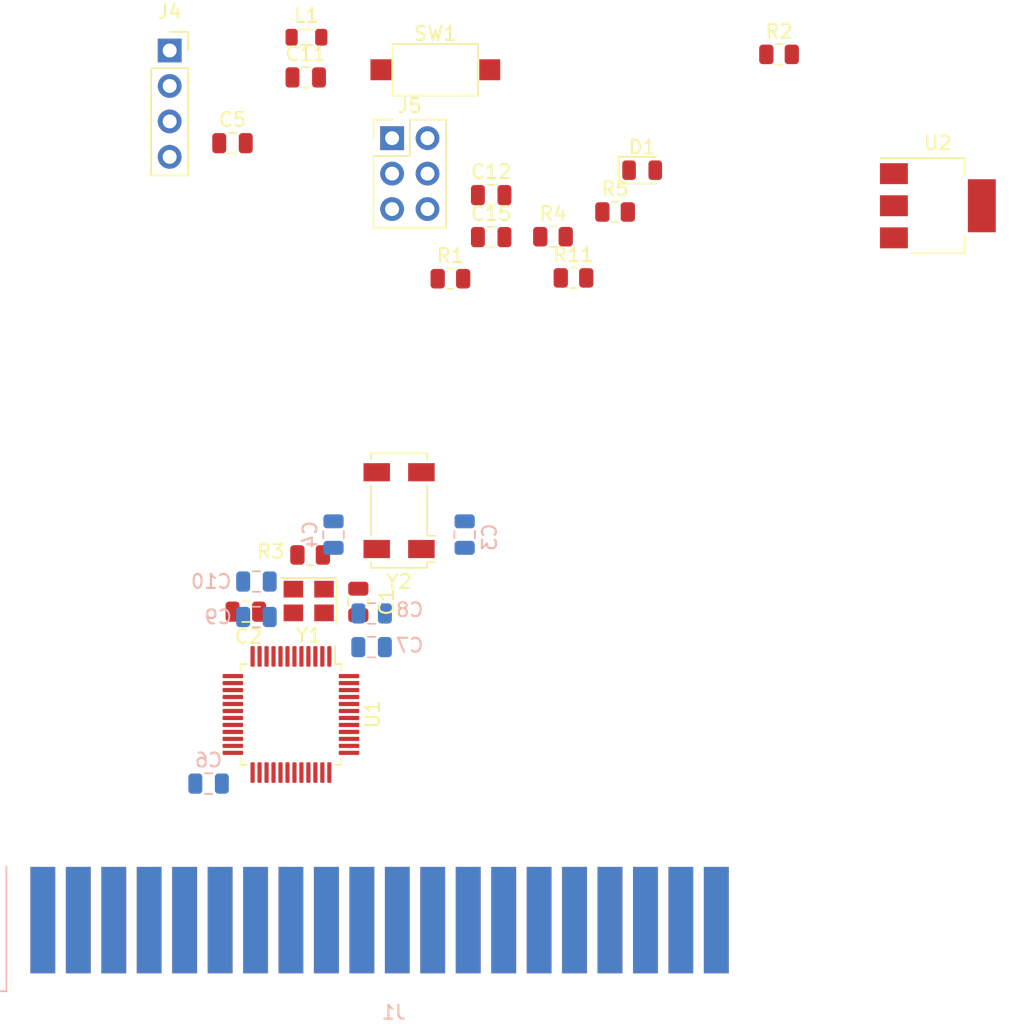
<source format=kicad_pcb>
(kicad_pcb (version 20171130) (host pcbnew 5.1.10)

  (general
    (thickness 1.6)
    (drawings 0)
    (tracks 0)
    (zones 0)
    (modules 29)
    (nets 53)
  )

  (page A4)
  (layers
    (0 F.Cu signal)
    (31 B.Cu signal)
    (32 B.Adhes user)
    (33 F.Adhes user)
    (34 B.Paste user)
    (35 F.Paste user)
    (36 B.SilkS user)
    (37 F.SilkS user)
    (38 B.Mask user)
    (39 F.Mask user)
    (40 Dwgs.User user)
    (41 Cmts.User user)
    (42 Eco1.User user)
    (43 Eco2.User user)
    (44 Edge.Cuts user)
    (45 Margin user)
    (46 B.CrtYd user)
    (47 F.CrtYd user)
    (48 B.Fab user)
    (49 F.Fab user)
  )

  (setup
    (last_trace_width 0.25)
    (user_trace_width 0.5)
    (user_trace_width 0.8)
    (user_trace_width 1)
    (trace_clearance 0.2)
    (zone_clearance 0.508)
    (zone_45_only no)
    (trace_min 0.2)
    (via_size 0.8)
    (via_drill 0.4)
    (via_min_size 0.4)
    (via_min_drill 0.3)
    (uvia_size 0.3)
    (uvia_drill 0.1)
    (uvias_allowed no)
    (uvia_min_size 0.2)
    (uvia_min_drill 0.1)
    (edge_width 0.05)
    (segment_width 0.2)
    (pcb_text_width 0.3)
    (pcb_text_size 1.5 1.5)
    (mod_edge_width 0.12)
    (mod_text_size 1 1)
    (mod_text_width 0.15)
    (pad_size 1.524 1.524)
    (pad_drill 0.762)
    (pad_to_mask_clearance 0)
    (aux_axis_origin 0 0)
    (visible_elements FFFFF77F)
    (pcbplotparams
      (layerselection 0x010fc_ffffffff)
      (usegerberextensions false)
      (usegerberattributes true)
      (usegerberadvancedattributes true)
      (creategerberjobfile true)
      (excludeedgelayer true)
      (linewidth 0.100000)
      (plotframeref false)
      (viasonmask false)
      (mode 1)
      (useauxorigin false)
      (hpglpennumber 1)
      (hpglpenspeed 20)
      (hpglpendiameter 15.000000)
      (psnegative false)
      (psa4output false)
      (plotreference true)
      (plotvalue true)
      (plotinvisibletext false)
      (padsonsilk false)
      (subtractmaskfromsilk false)
      (outputformat 1)
      (mirror false)
      (drillshape 1)
      (scaleselection 1)
      (outputdirectory ""))
  )

  (net 0 "")
  (net 1 /RCC_OSC_IN)
  (net 2 GND)
  (net 3 /RCC_OSC_OUT)
  (net 4 /RCC_OSC32_IN)
  (net 5 /RCC_OSC32_OUT)
  (net 6 +3V3)
  (net 7 +3.3VA)
  (net 8 RESET)
  (net 9 "Net-(D1-Pad2)")
  (net 10 /PA8)
  (net 11 /PA9)
  (net 12 /PA10)
  (net 13 /PA11)
  (net 14 /PA12)
  (net 15 /PA13)
  (net 16 /PF6)
  (net 17 /PF7)
  (net 18 /PA14)
  (net 19 /PA15)
  (net 20 /PB3)
  (net 21 /PB4)
  (net 22 /PB5)
  (net 23 /PB6)
  (net 24 /PB7)
  (net 25 /PB8)
  (net 26 /PB9)
  (net 27 /PB15)
  (net 28 /PB14)
  (net 29 /PB13)
  (net 30 /PB12)
  (net 31 /PB11)
  (net 32 /PB10)
  (net 33 /PB1)
  (net 34 /PB0)
  (net 35 /PA7)
  (net 36 /PA6)
  (net 37 /PA5)
  (net 38 /PA4)
  (net 39 /PA3)
  (net 40 /PA2)
  (net 41 /PA1)
  (net 42 /PA0)
  (net 43 GNDA)
  (net 44 VCC)
  (net 45 "Net-(J5-Pad4)")
  (net 46 "Net-(J5-Pad3)")
  (net 47 /BOOT0)
  (net 48 /BOOT1)
  (net 49 /PC13)
  (net 50 "Net-(U1-Pad1)")
  (net 51 "Net-(Y2-Pad3)")
  (net 52 "Net-(Y2-Pad2)")

  (net_class Default "This is the default net class."
    (clearance 0.2)
    (trace_width 0.25)
    (via_dia 0.8)
    (via_drill 0.4)
    (uvia_dia 0.3)
    (uvia_drill 0.1)
    (add_net +3.3VA)
    (add_net +3V3)
    (add_net /BOOT0)
    (add_net /BOOT1)
    (add_net /PA0)
    (add_net /PA1)
    (add_net /PA10)
    (add_net /PA11)
    (add_net /PA12)
    (add_net /PA13)
    (add_net /PA14)
    (add_net /PA15)
    (add_net /PA2)
    (add_net /PA3)
    (add_net /PA4)
    (add_net /PA5)
    (add_net /PA6)
    (add_net /PA7)
    (add_net /PA8)
    (add_net /PA9)
    (add_net /PB0)
    (add_net /PB1)
    (add_net /PB10)
    (add_net /PB11)
    (add_net /PB12)
    (add_net /PB13)
    (add_net /PB14)
    (add_net /PB15)
    (add_net /PB3)
    (add_net /PB4)
    (add_net /PB5)
    (add_net /PB6)
    (add_net /PB7)
    (add_net /PB8)
    (add_net /PB9)
    (add_net /PC13)
    (add_net /PF6)
    (add_net /PF7)
    (add_net /RCC_OSC32_IN)
    (add_net /RCC_OSC32_OUT)
    (add_net /RCC_OSC_IN)
    (add_net /RCC_OSC_OUT)
    (add_net GND)
    (add_net GNDA)
    (add_net "Net-(D1-Pad2)")
    (add_net "Net-(J5-Pad3)")
    (add_net "Net-(J5-Pad4)")
    (add_net "Net-(U1-Pad1)")
    (add_net "Net-(Y2-Pad2)")
    (add_net "Net-(Y2-Pad3)")
    (add_net RESET)
    (add_net VCC)
  )

  (module Crystal:Crystal_SMD_3225-4Pin_3.2x2.5mm (layer F.Cu) (tedit 5A0FD1B2) (tstamp 6132BE3B)
    (at 119.126 103.124 180)
    (descr "SMD Crystal SERIES SMD3225/4 http://www.txccrystal.com/images/pdf/7m-accuracy.pdf, 3.2x2.5mm^2 package")
    (tags "SMD SMT crystal")
    (path /612CA721)
    (attr smd)
    (fp_text reference Y1 (at 0 -2.45) (layer F.SilkS)
      (effects (font (size 1 1) (thickness 0.15)))
    )
    (fp_text value 8M (at 0 2.45) (layer F.Fab) hide
      (effects (font (size 1 1) (thickness 0.15)))
    )
    (fp_text user %R (at 0 0) (layer F.Fab) hide
      (effects (font (size 0.7 0.7) (thickness 0.105)))
    )
    (fp_line (start -1.6 -1.25) (end -1.6 1.25) (layer F.Fab) (width 0.1))
    (fp_line (start -1.6 1.25) (end 1.6 1.25) (layer F.Fab) (width 0.1))
    (fp_line (start 1.6 1.25) (end 1.6 -1.25) (layer F.Fab) (width 0.1))
    (fp_line (start 1.6 -1.25) (end -1.6 -1.25) (layer F.Fab) (width 0.1))
    (fp_line (start -1.6 0.25) (end -0.6 1.25) (layer F.Fab) (width 0.1))
    (fp_line (start -2 -1.65) (end -2 1.65) (layer F.SilkS) (width 0.12))
    (fp_line (start -2 1.65) (end 2 1.65) (layer F.SilkS) (width 0.12))
    (fp_line (start -2.1 -1.7) (end -2.1 1.7) (layer F.CrtYd) (width 0.05))
    (fp_line (start -2.1 1.7) (end 2.1 1.7) (layer F.CrtYd) (width 0.05))
    (fp_line (start 2.1 1.7) (end 2.1 -1.7) (layer F.CrtYd) (width 0.05))
    (fp_line (start 2.1 -1.7) (end -2.1 -1.7) (layer F.CrtYd) (width 0.05))
    (pad 4 smd rect (at -1.1 -0.85 180) (size 1.4 1.2) (layers F.Cu F.Paste F.Mask)
      (net 2 GND))
    (pad 3 smd rect (at 1.1 -0.85 180) (size 1.4 1.2) (layers F.Cu F.Paste F.Mask)
      (net 3 /RCC_OSC_OUT))
    (pad 2 smd rect (at 1.1 0.85 180) (size 1.4 1.2) (layers F.Cu F.Paste F.Mask)
      (net 2 GND))
    (pad 1 smd rect (at -1.1 0.85 180) (size 1.4 1.2) (layers F.Cu F.Paste F.Mask)
      (net 1 /RCC_OSC_IN))
    (model ${KISYS3DMOD}/Crystal.3dshapes/Crystal_SMD_3225-4Pin_3.2x2.5mm.wrl
      (at (xyz 0 0 0))
      (scale (xyz 1 1 1))
      (rotate (xyz 0 0 0))
    )
  )

  (module Inductor_SMD:L_0805_2012Metric (layer F.Cu) (tedit 5F68FEF0) (tstamp 6132BC55)
    (at 118.965 62.73)
    (descr "Inductor SMD 0805 (2012 Metric), square (rectangular) end terminal, IPC_7351 nominal, (Body size source: IPC-SM-782 page 80, https://www.pcb-3d.com/wordpress/wp-content/uploads/ipc-sm-782a_amendment_1_and_2.pdf), generated with kicad-footprint-generator")
    (tags inductor)
    (path /613039E4)
    (attr smd)
    (fp_text reference L1 (at 0 -1.55) (layer F.SilkS)
      (effects (font (size 1 1) (thickness 0.15)))
    )
    (fp_text value 10uH (at 0 1.55) (layer F.Fab)
      (effects (font (size 1 1) (thickness 0.15)))
    )
    (fp_text user %R (at 0 0) (layer F.Fab)
      (effects (font (size 0.5 0.5) (thickness 0.08)))
    )
    (fp_line (start -1 0.45) (end -1 -0.45) (layer F.Fab) (width 0.1))
    (fp_line (start -1 -0.45) (end 1 -0.45) (layer F.Fab) (width 0.1))
    (fp_line (start 1 -0.45) (end 1 0.45) (layer F.Fab) (width 0.1))
    (fp_line (start 1 0.45) (end -1 0.45) (layer F.Fab) (width 0.1))
    (fp_line (start -0.399622 -0.56) (end 0.399622 -0.56) (layer F.SilkS) (width 0.12))
    (fp_line (start -0.399622 0.56) (end 0.399622 0.56) (layer F.SilkS) (width 0.12))
    (fp_line (start -1.75 0.85) (end -1.75 -0.85) (layer F.CrtYd) (width 0.05))
    (fp_line (start -1.75 -0.85) (end 1.75 -0.85) (layer F.CrtYd) (width 0.05))
    (fp_line (start 1.75 -0.85) (end 1.75 0.85) (layer F.CrtYd) (width 0.05))
    (fp_line (start 1.75 0.85) (end -1.75 0.85) (layer F.CrtYd) (width 0.05))
    (pad 2 smd roundrect (at 1.0625 0) (size 0.875 1.2) (layers F.Cu F.Paste F.Mask) (roundrect_rratio 0.25)
      (net 7 +3.3VA))
    (pad 1 smd roundrect (at -1.0625 0) (size 0.875 1.2) (layers F.Cu F.Paste F.Mask) (roundrect_rratio 0.25)
      (net 6 +3V3))
    (model ${KISYS3DMOD}/Inductor_SMD.3dshapes/L_0805_2012Metric.wrl
      (at (xyz 0 0 0))
      (scale (xyz 1 1 1))
      (rotate (xyz 0 0 0))
    )
  )

  (module Connector_PinSocket_2.54mm:PinSocket_1x04_P2.54mm_Vertical (layer F.Cu) (tedit 5A19A429) (tstamp 6132BC0E)
    (at 109.165 63.68)
    (descr "Through hole straight socket strip, 1x04, 2.54mm pitch, single row (from Kicad 4.0.7), script generated")
    (tags "Through hole socket strip THT 1x04 2.54mm single row")
    (path /6127274F)
    (fp_text reference J4 (at 0 -2.77) (layer F.SilkS)
      (effects (font (size 1 1) (thickness 0.15)))
    )
    (fp_text value Conn_01x04 (at 0 10.39) (layer F.Fab)
      (effects (font (size 1 1) (thickness 0.15)))
    )
    (fp_text user %R (at 0 3.81 90) (layer F.Fab)
      (effects (font (size 1 1) (thickness 0.15)))
    )
    (fp_line (start -1.27 -1.27) (end 0.635 -1.27) (layer F.Fab) (width 0.1))
    (fp_line (start 0.635 -1.27) (end 1.27 -0.635) (layer F.Fab) (width 0.1))
    (fp_line (start 1.27 -0.635) (end 1.27 8.89) (layer F.Fab) (width 0.1))
    (fp_line (start 1.27 8.89) (end -1.27 8.89) (layer F.Fab) (width 0.1))
    (fp_line (start -1.27 8.89) (end -1.27 -1.27) (layer F.Fab) (width 0.1))
    (fp_line (start -1.33 1.27) (end 1.33 1.27) (layer F.SilkS) (width 0.12))
    (fp_line (start -1.33 1.27) (end -1.33 8.95) (layer F.SilkS) (width 0.12))
    (fp_line (start -1.33 8.95) (end 1.33 8.95) (layer F.SilkS) (width 0.12))
    (fp_line (start 1.33 1.27) (end 1.33 8.95) (layer F.SilkS) (width 0.12))
    (fp_line (start 1.33 -1.33) (end 1.33 0) (layer F.SilkS) (width 0.12))
    (fp_line (start 0 -1.33) (end 1.33 -1.33) (layer F.SilkS) (width 0.12))
    (fp_line (start -1.8 -1.8) (end 1.75 -1.8) (layer F.CrtYd) (width 0.05))
    (fp_line (start 1.75 -1.8) (end 1.75 9.4) (layer F.CrtYd) (width 0.05))
    (fp_line (start 1.75 9.4) (end -1.8 9.4) (layer F.CrtYd) (width 0.05))
    (fp_line (start -1.8 9.4) (end -1.8 -1.8) (layer F.CrtYd) (width 0.05))
    (pad 4 thru_hole oval (at 0 7.62) (size 1.7 1.7) (drill 1) (layers *.Cu *.Mask)
      (net 6 +3V3))
    (pad 3 thru_hole oval (at 0 5.08) (size 1.7 1.7) (drill 1) (layers *.Cu *.Mask)
      (net 15 /PA13))
    (pad 2 thru_hole oval (at 0 2.54) (size 1.7 1.7) (drill 1) (layers *.Cu *.Mask)
      (net 18 /PA14))
    (pad 1 thru_hole rect (at 0 0) (size 1.7 1.7) (drill 1) (layers *.Cu *.Mask)
      (net 2 GND))
    (model ${KISYS3DMOD}/Connector_PinSocket_2.54mm.3dshapes/PinSocket_1x04_P2.54mm_Vertical.wrl
      (at (xyz 0 0 0))
      (scale (xyz 1 1 1))
      (rotate (xyz 0 0 0))
    )
  )

  (module Capacitor_SMD:C_0805_2012Metric (layer F.Cu) (tedit 5F68FEEE) (tstamp 6132BB20)
    (at 118.915 65.61)
    (descr "Capacitor SMD 0805 (2012 Metric), square (rectangular) end terminal, IPC_7351 nominal, (Body size source: IPC-SM-782 page 76, https://www.pcb-3d.com/wordpress/wp-content/uploads/ipc-sm-782a_amendment_1_and_2.pdf, https://docs.google.com/spreadsheets/d/1BsfQQcO9C6DZCsRaXUlFlo91Tg2WpOkGARC1WS5S8t0/edit?usp=sharing), generated with kicad-footprint-generator")
    (tags capacitor)
    (path /6128832F)
    (attr smd)
    (fp_text reference C11 (at 0 -1.68) (layer F.SilkS)
      (effects (font (size 1 1) (thickness 0.15)))
    )
    (fp_text value 10uF (at 0 1.68) (layer F.Fab)
      (effects (font (size 1 1) (thickness 0.15)))
    )
    (fp_text user %R (at 0 0) (layer F.Fab)
      (effects (font (size 0.5 0.5) (thickness 0.08)))
    )
    (fp_line (start -1 0.625) (end -1 -0.625) (layer F.Fab) (width 0.1))
    (fp_line (start -1 -0.625) (end 1 -0.625) (layer F.Fab) (width 0.1))
    (fp_line (start 1 -0.625) (end 1 0.625) (layer F.Fab) (width 0.1))
    (fp_line (start 1 0.625) (end -1 0.625) (layer F.Fab) (width 0.1))
    (fp_line (start -0.261252 -0.735) (end 0.261252 -0.735) (layer F.SilkS) (width 0.12))
    (fp_line (start -0.261252 0.735) (end 0.261252 0.735) (layer F.SilkS) (width 0.12))
    (fp_line (start -1.7 0.98) (end -1.7 -0.98) (layer F.CrtYd) (width 0.05))
    (fp_line (start -1.7 -0.98) (end 1.7 -0.98) (layer F.CrtYd) (width 0.05))
    (fp_line (start 1.7 -0.98) (end 1.7 0.98) (layer F.CrtYd) (width 0.05))
    (fp_line (start 1.7 0.98) (end -1.7 0.98) (layer F.CrtYd) (width 0.05))
    (pad 2 smd roundrect (at 0.95 0) (size 1 1.45) (layers F.Cu F.Paste F.Mask) (roundrect_rratio 0.25)
      (net 2 GND))
    (pad 1 smd roundrect (at -0.95 0) (size 1 1.45) (layers F.Cu F.Paste F.Mask) (roundrect_rratio 0.25)
      (net 6 +3V3))
    (model ${KISYS3DMOD}/Capacitor_SMD.3dshapes/C_0805_2012Metric.wrl
      (at (xyz 0 0 0))
      (scale (xyz 1 1 1))
      (rotate (xyz 0 0 0))
    )
  )

  (module Capacitor_SMD:C_0805_2012Metric (layer F.Cu) (tedit 5F68FEEE) (tstamp 6132BA6F)
    (at 113.665 70.32)
    (descr "Capacitor SMD 0805 (2012 Metric), square (rectangular) end terminal, IPC_7351 nominal, (Body size source: IPC-SM-782 page 76, https://www.pcb-3d.com/wordpress/wp-content/uploads/ipc-sm-782a_amendment_1_and_2.pdf, https://docs.google.com/spreadsheets/d/1BsfQQcO9C6DZCsRaXUlFlo91Tg2WpOkGARC1WS5S8t0/edit?usp=sharing), generated with kicad-footprint-generator")
    (tags capacitor)
    (path /6127275B)
    (attr smd)
    (fp_text reference C5 (at 0 -1.68) (layer F.SilkS)
      (effects (font (size 1 1) (thickness 0.15)))
    )
    (fp_text value 0.1uF (at 0 1.68) (layer F.Fab)
      (effects (font (size 1 1) (thickness 0.15)))
    )
    (fp_text user %R (at 0 0) (layer F.Fab)
      (effects (font (size 0.5 0.5) (thickness 0.08)))
    )
    (fp_line (start -1 0.625) (end -1 -0.625) (layer F.Fab) (width 0.1))
    (fp_line (start -1 -0.625) (end 1 -0.625) (layer F.Fab) (width 0.1))
    (fp_line (start 1 -0.625) (end 1 0.625) (layer F.Fab) (width 0.1))
    (fp_line (start 1 0.625) (end -1 0.625) (layer F.Fab) (width 0.1))
    (fp_line (start -0.261252 -0.735) (end 0.261252 -0.735) (layer F.SilkS) (width 0.12))
    (fp_line (start -0.261252 0.735) (end 0.261252 0.735) (layer F.SilkS) (width 0.12))
    (fp_line (start -1.7 0.98) (end -1.7 -0.98) (layer F.CrtYd) (width 0.05))
    (fp_line (start -1.7 -0.98) (end 1.7 -0.98) (layer F.CrtYd) (width 0.05))
    (fp_line (start 1.7 -0.98) (end 1.7 0.98) (layer F.CrtYd) (width 0.05))
    (fp_line (start 1.7 0.98) (end -1.7 0.98) (layer F.CrtYd) (width 0.05))
    (pad 2 smd roundrect (at 0.95 0) (size 1 1.45) (layers F.Cu F.Paste F.Mask) (roundrect_rratio 0.25)
      (net 2 GND))
    (pad 1 smd roundrect (at -0.95 0) (size 1 1.45) (layers F.Cu F.Paste F.Mask) (roundrect_rratio 0.25)
      (net 6 +3V3))
    (model ${KISYS3DMOD}/Capacitor_SMD.3dshapes/C_0805_2012Metric.wrl
      (at (xyz 0 0 0))
      (scale (xyz 1 1 1))
      (rotate (xyz 0 0 0))
    )
  )

  (module Capacitor_SMD:C_0805_2012Metric (layer F.Cu) (tedit 5F68FEEE) (tstamp 6132BA1E)
    (at 114.62 103.886)
    (descr "Capacitor SMD 0805 (2012 Metric), square (rectangular) end terminal, IPC_7351 nominal, (Body size source: IPC-SM-782 page 76, https://www.pcb-3d.com/wordpress/wp-content/uploads/ipc-sm-782a_amendment_1_and_2.pdf, https://docs.google.com/spreadsheets/d/1BsfQQcO9C6DZCsRaXUlFlo91Tg2WpOkGARC1WS5S8t0/edit?usp=sharing), generated with kicad-footprint-generator")
    (tags capacitor)
    (path /61262274)
    (attr smd)
    (fp_text reference C2 (at 0.188 1.778) (layer F.SilkS)
      (effects (font (size 1 1) (thickness 0.15)))
    )
    (fp_text value 20pF (at 0 1.68) (layer F.Fab) hide
      (effects (font (size 1 1) (thickness 0.15)))
    )
    (fp_text user %R (at 0 0) (layer F.Fab) hide
      (effects (font (size 0.5 0.5) (thickness 0.08)))
    )
    (fp_line (start -1 0.625) (end -1 -0.625) (layer F.Fab) (width 0.1))
    (fp_line (start -1 -0.625) (end 1 -0.625) (layer F.Fab) (width 0.1))
    (fp_line (start 1 -0.625) (end 1 0.625) (layer F.Fab) (width 0.1))
    (fp_line (start 1 0.625) (end -1 0.625) (layer F.Fab) (width 0.1))
    (fp_line (start -0.261252 -0.735) (end 0.261252 -0.735) (layer F.SilkS) (width 0.12))
    (fp_line (start -0.261252 0.735) (end 0.261252 0.735) (layer F.SilkS) (width 0.12))
    (fp_line (start -1.7 0.98) (end -1.7 -0.98) (layer F.CrtYd) (width 0.05))
    (fp_line (start -1.7 -0.98) (end 1.7 -0.98) (layer F.CrtYd) (width 0.05))
    (fp_line (start 1.7 -0.98) (end 1.7 0.98) (layer F.CrtYd) (width 0.05))
    (fp_line (start 1.7 0.98) (end -1.7 0.98) (layer F.CrtYd) (width 0.05))
    (pad 2 smd roundrect (at 0.95 0) (size 1 1.45) (layers F.Cu F.Paste F.Mask) (roundrect_rratio 0.25)
      (net 3 /RCC_OSC_OUT))
    (pad 1 smd roundrect (at -0.95 0) (size 1 1.45) (layers F.Cu F.Paste F.Mask) (roundrect_rratio 0.25)
      (net 2 GND))
    (model ${KISYS3DMOD}/Capacitor_SMD.3dshapes/C_0805_2012Metric.wrl
      (at (xyz 0 0 0))
      (scale (xyz 1 1 1))
      (rotate (xyz 0 0 0))
    )
  )

  (module Capacitor_SMD:C_0805_2012Metric (layer B.Cu) (tedit 5F68FEEE) (tstamp 6132A9B5)
    (at 111.953 116.205 180)
    (descr "Capacitor SMD 0805 (2012 Metric), square (rectangular) end terminal, IPC_7351 nominal, (Body size source: IPC-SM-782 page 76, https://www.pcb-3d.com/wordpress/wp-content/uploads/ipc-sm-782a_amendment_1_and_2.pdf, https://docs.google.com/spreadsheets/d/1BsfQQcO9C6DZCsRaXUlFlo91Tg2WpOkGARC1WS5S8t0/edit?usp=sharing), generated with kicad-footprint-generator")
    (tags capacitor)
    (path /612E8AD8)
    (attr smd)
    (fp_text reference C6 (at 0 1.68) (layer B.SilkS)
      (effects (font (size 1 1) (thickness 0.15)) (justify mirror))
    )
    (fp_text value 0.1uF (at 0 -1.68) (layer B.Fab) hide
      (effects (font (size 1 1) (thickness 0.15)) (justify mirror))
    )
    (fp_text user %R (at 0 0) (layer B.Fab) hide
      (effects (font (size 0.5 0.5) (thickness 0.08)) (justify mirror))
    )
    (fp_line (start -1 -0.625) (end -1 0.625) (layer B.Fab) (width 0.1))
    (fp_line (start -1 0.625) (end 1 0.625) (layer B.Fab) (width 0.1))
    (fp_line (start 1 0.625) (end 1 -0.625) (layer B.Fab) (width 0.1))
    (fp_line (start 1 -0.625) (end -1 -0.625) (layer B.Fab) (width 0.1))
    (fp_line (start -0.261252 0.735) (end 0.261252 0.735) (layer B.SilkS) (width 0.12))
    (fp_line (start -0.261252 -0.735) (end 0.261252 -0.735) (layer B.SilkS) (width 0.12))
    (fp_line (start -1.7 -0.98) (end -1.7 0.98) (layer B.CrtYd) (width 0.05))
    (fp_line (start -1.7 0.98) (end 1.7 0.98) (layer B.CrtYd) (width 0.05))
    (fp_line (start 1.7 0.98) (end 1.7 -0.98) (layer B.CrtYd) (width 0.05))
    (fp_line (start 1.7 -0.98) (end -1.7 -0.98) (layer B.CrtYd) (width 0.05))
    (pad 2 smd roundrect (at 0.95 0 180) (size 1 1.45) (layers B.Cu B.Paste B.Mask) (roundrect_rratio 0.25)
      (net 2 GND))
    (pad 1 smd roundrect (at -0.95 0 180) (size 1 1.45) (layers B.Cu B.Paste B.Mask) (roundrect_rratio 0.25)
      (net 6 +3V3))
    (model ${KISYS3DMOD}/Capacitor_SMD.3dshapes/C_0805_2012Metric.wrl
      (at (xyz 0 0 0))
      (scale (xyz 1 1 1))
      (rotate (xyz 0 0 0))
    )
  )

  (module Crystal:Crystal_SMD_Abracon_ABS25-4Pin_8.0x3.8mm (layer F.Cu) (tedit 5C44C7B6) (tstamp 6132555F)
    (at 125.603 96.647 180)
    (descr "Abracon Miniature Ceramic SMD Crystal ABS25 https://abracon.com/Resonators/abs25.pdf, 8.0x3.8mm^2 package")
    (tags "SMD SMT crystal")
    (path /611DE5D3)
    (attr smd)
    (fp_text reference Y2 (at 0 -5.08) (layer F.SilkS)
      (effects (font (size 1 1) (thickness 0.15)))
    )
    (fp_text value 32768HZ (at 0 5.08) (layer F.Fab) hide
      (effects (font (size 1 1) (thickness 0.15)))
    )
    (fp_line (start -2.01 4.1) (end -2.01 3.7) (layer F.SilkS) (width 0.12))
    (fp_line (start 2.01 4.1) (end 2.01 3.7) (layer F.SilkS) (width 0.12))
    (fp_line (start 2.01 -4.1) (end 2.01 -3.7) (layer F.SilkS) (width 0.12))
    (fp_line (start -2.01 -1.8) (end -2.6 -1.8) (layer F.SilkS) (width 0.12))
    (fp_line (start -2.6 -3.7) (end -2.01 -3.7) (layer F.SilkS) (width 0.12))
    (fp_line (start 3.05 4.5) (end 3.05 -4.5) (layer F.CrtYd) (width 0.05))
    (fp_line (start -3.05 4.5) (end 3.05 4.5) (layer F.CrtYd) (width 0.05))
    (fp_line (start -3.05 -4.5) (end -3.05 4.5) (layer F.CrtYd) (width 0.05))
    (fp_line (start 3.05 -4.5) (end -3.05 -4.5) (layer F.CrtYd) (width 0.05))
    (fp_line (start 2.01 4.1) (end -2.01 4.1) (layer F.SilkS) (width 0.12))
    (fp_line (start -2.01 -4.1) (end -2.01 -3.7) (layer F.SilkS) (width 0.12))
    (fp_line (start 2.01 -4.1) (end -2.01 -4.1) (layer F.SilkS) (width 0.12))
    (fp_line (start -2.01 -1.8) (end -2.01 1.8) (layer F.SilkS) (width 0.12))
    (fp_line (start 2.01 -1.8) (end 2.01 1.8) (layer F.SilkS) (width 0.12))
    (fp_line (start -1.2 -4) (end 1.9 -4) (layer F.Fab) (width 0.1))
    (fp_line (start -1.9 -3.3) (end -1.2 -4) (layer F.Fab) (width 0.1))
    (fp_line (start -1.9 4) (end -1.9 -3.3) (layer F.Fab) (width 0.1))
    (fp_line (start 1.9 4) (end -1.9 4) (layer F.Fab) (width 0.1))
    (fp_line (start 1.9 -4) (end 1.9 4) (layer F.Fab) (width 0.1))
    (fp_text user %R (at 0 0) (layer F.Fab) hide
      (effects (font (size 1 1) (thickness 0.15)))
    )
    (pad 4 smd rect (at 1.6 -2.75 90) (size 1.3 1.9) (layers F.Cu F.Paste F.Mask)
      (net 5 /RCC_OSC32_OUT))
    (pad 3 smd rect (at 1.6 2.75 90) (size 1.3 1.9) (layers F.Cu F.Paste F.Mask)
      (net 51 "Net-(Y2-Pad3)"))
    (pad 2 smd rect (at -1.6 2.75 90) (size 1.3 1.9) (layers F.Cu F.Paste F.Mask)
      (net 52 "Net-(Y2-Pad2)"))
    (pad 1 smd rect (at -1.6 -2.75 90) (size 1.3 1.9) (layers F.Cu F.Paste F.Mask)
      (net 4 /RCC_OSC32_IN))
    (model ${KISYS3DMOD}/Crystal.3dshapes/Crystal_SMD_Abracon_ABS25-4Pin_8.0x3.8mm.wrl
      (at (xyz 0 0 0))
      (scale (xyz 1 1 1))
      (rotate (xyz 0 0 0))
    )
  )

  (module Package_TO_SOT_SMD:SOT-223-3_TabPin2 (layer F.Cu) (tedit 5A02FF57) (tstamp 6132552F)
    (at 164.211 74.803)
    (descr "module CMS SOT223 4 pins")
    (tags "CMS SOT")
    (path /6127F5CD)
    (attr smd)
    (fp_text reference U2 (at 0 -4.5) (layer F.SilkS)
      (effects (font (size 1 1) (thickness 0.15)))
    )
    (fp_text value AMS1117-3.3 (at 0 4.5) (layer F.Fab)
      (effects (font (size 1 1) (thickness 0.15)))
    )
    (fp_line (start 1.85 -3.35) (end 1.85 3.35) (layer F.Fab) (width 0.1))
    (fp_line (start -1.85 3.35) (end 1.85 3.35) (layer F.Fab) (width 0.1))
    (fp_line (start -4.1 -3.41) (end 1.91 -3.41) (layer F.SilkS) (width 0.12))
    (fp_line (start -0.85 -3.35) (end 1.85 -3.35) (layer F.Fab) (width 0.1))
    (fp_line (start -1.85 3.41) (end 1.91 3.41) (layer F.SilkS) (width 0.12))
    (fp_line (start -1.85 -2.35) (end -1.85 3.35) (layer F.Fab) (width 0.1))
    (fp_line (start -1.85 -2.35) (end -0.85 -3.35) (layer F.Fab) (width 0.1))
    (fp_line (start -4.4 -3.6) (end -4.4 3.6) (layer F.CrtYd) (width 0.05))
    (fp_line (start -4.4 3.6) (end 4.4 3.6) (layer F.CrtYd) (width 0.05))
    (fp_line (start 4.4 3.6) (end 4.4 -3.6) (layer F.CrtYd) (width 0.05))
    (fp_line (start 4.4 -3.6) (end -4.4 -3.6) (layer F.CrtYd) (width 0.05))
    (fp_line (start 1.91 -3.41) (end 1.91 -2.15) (layer F.SilkS) (width 0.12))
    (fp_line (start 1.91 3.41) (end 1.91 2.15) (layer F.SilkS) (width 0.12))
    (fp_text user %R (at -0.254 -0.381 90) (layer F.Fab)
      (effects (font (size 0.8 0.8) (thickness 0.12)))
    )
    (pad 1 smd rect (at -3.15 -2.3) (size 2 1.5) (layers F.Cu F.Paste F.Mask)
      (net 2 GND))
    (pad 3 smd rect (at -3.15 2.3) (size 2 1.5) (layers F.Cu F.Paste F.Mask)
      (net 44 VCC))
    (pad 2 smd rect (at -3.15 0) (size 2 1.5) (layers F.Cu F.Paste F.Mask)
      (net 6 +3V3))
    (pad 2 smd rect (at 3.15 0) (size 2 3.8) (layers F.Cu F.Paste F.Mask)
      (net 6 +3V3))
    (model ${KISYS3DMOD}/Package_TO_SOT_SMD.3dshapes/SOT-223.wrl
      (at (xyz 0 0 0))
      (scale (xyz 1 1 1))
      (rotate (xyz 0 0 0))
    )
  )

  (module Package_QFP:LQFP-48_7x7mm_P0.5mm (layer F.Cu) (tedit 5D9F72AF) (tstamp 61325519)
    (at 117.856 111.252 270)
    (descr "LQFP, 48 Pin (https://www.analog.com/media/en/technical-documentation/data-sheets/ltc2358-16.pdf), generated with kicad-footprint-generator ipc_gullwing_generator.py")
    (tags "LQFP QFP")
    (path /612773A3)
    (attr smd)
    (fp_text reference U1 (at 0 -5.85 90) (layer F.SilkS)
      (effects (font (size 1 1) (thickness 0.15)))
    )
    (fp_text value STM32F031C6Tx (at 0 5.85 90) (layer F.Fab) hide
      (effects (font (size 1 1) (thickness 0.15)))
    )
    (fp_line (start 5.15 3.15) (end 5.15 0) (layer F.CrtYd) (width 0.05))
    (fp_line (start 3.75 3.15) (end 5.15 3.15) (layer F.CrtYd) (width 0.05))
    (fp_line (start 3.75 3.75) (end 3.75 3.15) (layer F.CrtYd) (width 0.05))
    (fp_line (start 3.15 3.75) (end 3.75 3.75) (layer F.CrtYd) (width 0.05))
    (fp_line (start 3.15 5.15) (end 3.15 3.75) (layer F.CrtYd) (width 0.05))
    (fp_line (start 0 5.15) (end 3.15 5.15) (layer F.CrtYd) (width 0.05))
    (fp_line (start -5.15 3.15) (end -5.15 0) (layer F.CrtYd) (width 0.05))
    (fp_line (start -3.75 3.15) (end -5.15 3.15) (layer F.CrtYd) (width 0.05))
    (fp_line (start -3.75 3.75) (end -3.75 3.15) (layer F.CrtYd) (width 0.05))
    (fp_line (start -3.15 3.75) (end -3.75 3.75) (layer F.CrtYd) (width 0.05))
    (fp_line (start -3.15 5.15) (end -3.15 3.75) (layer F.CrtYd) (width 0.05))
    (fp_line (start 0 5.15) (end -3.15 5.15) (layer F.CrtYd) (width 0.05))
    (fp_line (start 5.15 -3.15) (end 5.15 0) (layer F.CrtYd) (width 0.05))
    (fp_line (start 3.75 -3.15) (end 5.15 -3.15) (layer F.CrtYd) (width 0.05))
    (fp_line (start 3.75 -3.75) (end 3.75 -3.15) (layer F.CrtYd) (width 0.05))
    (fp_line (start 3.15 -3.75) (end 3.75 -3.75) (layer F.CrtYd) (width 0.05))
    (fp_line (start 3.15 -5.15) (end 3.15 -3.75) (layer F.CrtYd) (width 0.05))
    (fp_line (start 0 -5.15) (end 3.15 -5.15) (layer F.CrtYd) (width 0.05))
    (fp_line (start -5.15 -3.15) (end -5.15 0) (layer F.CrtYd) (width 0.05))
    (fp_line (start -3.75 -3.15) (end -5.15 -3.15) (layer F.CrtYd) (width 0.05))
    (fp_line (start -3.75 -3.75) (end -3.75 -3.15) (layer F.CrtYd) (width 0.05))
    (fp_line (start -3.15 -3.75) (end -3.75 -3.75) (layer F.CrtYd) (width 0.05))
    (fp_line (start -3.15 -5.15) (end -3.15 -3.75) (layer F.CrtYd) (width 0.05))
    (fp_line (start 0 -5.15) (end -3.15 -5.15) (layer F.CrtYd) (width 0.05))
    (fp_line (start -3.5 -2.5) (end -2.5 -3.5) (layer F.Fab) (width 0.1))
    (fp_line (start -3.5 3.5) (end -3.5 -2.5) (layer F.Fab) (width 0.1))
    (fp_line (start 3.5 3.5) (end -3.5 3.5) (layer F.Fab) (width 0.1))
    (fp_line (start 3.5 -3.5) (end 3.5 3.5) (layer F.Fab) (width 0.1))
    (fp_line (start -2.5 -3.5) (end 3.5 -3.5) (layer F.Fab) (width 0.1))
    (fp_line (start -3.61 -3.16) (end -4.9 -3.16) (layer F.SilkS) (width 0.12))
    (fp_line (start -3.61 -3.61) (end -3.61 -3.16) (layer F.SilkS) (width 0.12))
    (fp_line (start -3.16 -3.61) (end -3.61 -3.61) (layer F.SilkS) (width 0.12))
    (fp_line (start 3.61 -3.61) (end 3.61 -3.16) (layer F.SilkS) (width 0.12))
    (fp_line (start 3.16 -3.61) (end 3.61 -3.61) (layer F.SilkS) (width 0.12))
    (fp_line (start -3.61 3.61) (end -3.61 3.16) (layer F.SilkS) (width 0.12))
    (fp_line (start -3.16 3.61) (end -3.61 3.61) (layer F.SilkS) (width 0.12))
    (fp_line (start 3.61 3.61) (end 3.61 3.16) (layer F.SilkS) (width 0.12))
    (fp_line (start 3.16 3.61) (end 3.61 3.61) (layer F.SilkS) (width 0.12))
    (fp_text user %R (at 0 0 90) (layer F.Fab) hide
      (effects (font (size 1 1) (thickness 0.15)))
    )
    (pad 48 smd roundrect (at -2.75 -4.1625 270) (size 0.3 1.475) (layers F.Cu F.Paste F.Mask) (roundrect_rratio 0.25)
      (net 6 +3V3))
    (pad 47 smd roundrect (at -2.25 -4.1625 270) (size 0.3 1.475) (layers F.Cu F.Paste F.Mask) (roundrect_rratio 0.25)
      (net 2 GND))
    (pad 46 smd roundrect (at -1.75 -4.1625 270) (size 0.3 1.475) (layers F.Cu F.Paste F.Mask) (roundrect_rratio 0.25)
      (net 26 /PB9))
    (pad 45 smd roundrect (at -1.25 -4.1625 270) (size 0.3 1.475) (layers F.Cu F.Paste F.Mask) (roundrect_rratio 0.25)
      (net 25 /PB8))
    (pad 44 smd roundrect (at -0.75 -4.1625 270) (size 0.3 1.475) (layers F.Cu F.Paste F.Mask) (roundrect_rratio 0.25)
      (net 47 /BOOT0))
    (pad 43 smd roundrect (at -0.25 -4.1625 270) (size 0.3 1.475) (layers F.Cu F.Paste F.Mask) (roundrect_rratio 0.25)
      (net 24 /PB7))
    (pad 42 smd roundrect (at 0.25 -4.1625 270) (size 0.3 1.475) (layers F.Cu F.Paste F.Mask) (roundrect_rratio 0.25)
      (net 23 /PB6))
    (pad 41 smd roundrect (at 0.75 -4.1625 270) (size 0.3 1.475) (layers F.Cu F.Paste F.Mask) (roundrect_rratio 0.25)
      (net 22 /PB5))
    (pad 40 smd roundrect (at 1.25 -4.1625 270) (size 0.3 1.475) (layers F.Cu F.Paste F.Mask) (roundrect_rratio 0.25)
      (net 21 /PB4))
    (pad 39 smd roundrect (at 1.75 -4.1625 270) (size 0.3 1.475) (layers F.Cu F.Paste F.Mask) (roundrect_rratio 0.25)
      (net 20 /PB3))
    (pad 38 smd roundrect (at 2.25 -4.1625 270) (size 0.3 1.475) (layers F.Cu F.Paste F.Mask) (roundrect_rratio 0.25)
      (net 19 /PA15))
    (pad 37 smd roundrect (at 2.75 -4.1625 270) (size 0.3 1.475) (layers F.Cu F.Paste F.Mask) (roundrect_rratio 0.25)
      (net 18 /PA14))
    (pad 36 smd roundrect (at 4.1625 -2.75 270) (size 1.475 0.3) (layers F.Cu F.Paste F.Mask) (roundrect_rratio 0.25)
      (net 17 /PF7))
    (pad 35 smd roundrect (at 4.1625 -2.25 270) (size 1.475 0.3) (layers F.Cu F.Paste F.Mask) (roundrect_rratio 0.25)
      (net 16 /PF6))
    (pad 34 smd roundrect (at 4.1625 -1.75 270) (size 1.475 0.3) (layers F.Cu F.Paste F.Mask) (roundrect_rratio 0.25)
      (net 15 /PA13))
    (pad 33 smd roundrect (at 4.1625 -1.25 270) (size 1.475 0.3) (layers F.Cu F.Paste F.Mask) (roundrect_rratio 0.25)
      (net 14 /PA12))
    (pad 32 smd roundrect (at 4.1625 -0.75 270) (size 1.475 0.3) (layers F.Cu F.Paste F.Mask) (roundrect_rratio 0.25)
      (net 13 /PA11))
    (pad 31 smd roundrect (at 4.1625 -0.25 270) (size 1.475 0.3) (layers F.Cu F.Paste F.Mask) (roundrect_rratio 0.25)
      (net 12 /PA10))
    (pad 30 smd roundrect (at 4.1625 0.25 270) (size 1.475 0.3) (layers F.Cu F.Paste F.Mask) (roundrect_rratio 0.25)
      (net 11 /PA9))
    (pad 29 smd roundrect (at 4.1625 0.75 270) (size 1.475 0.3) (layers F.Cu F.Paste F.Mask) (roundrect_rratio 0.25)
      (net 10 /PA8))
    (pad 28 smd roundrect (at 4.1625 1.25 270) (size 1.475 0.3) (layers F.Cu F.Paste F.Mask) (roundrect_rratio 0.25)
      (net 27 /PB15))
    (pad 27 smd roundrect (at 4.1625 1.75 270) (size 1.475 0.3) (layers F.Cu F.Paste F.Mask) (roundrect_rratio 0.25)
      (net 28 /PB14))
    (pad 26 smd roundrect (at 4.1625 2.25 270) (size 1.475 0.3) (layers F.Cu F.Paste F.Mask) (roundrect_rratio 0.25)
      (net 29 /PB13))
    (pad 25 smd roundrect (at 4.1625 2.75 270) (size 1.475 0.3) (layers F.Cu F.Paste F.Mask) (roundrect_rratio 0.25)
      (net 30 /PB12))
    (pad 24 smd roundrect (at 2.75 4.1625 270) (size 0.3 1.475) (layers F.Cu F.Paste F.Mask) (roundrect_rratio 0.25)
      (net 6 +3V3))
    (pad 23 smd roundrect (at 2.25 4.1625 270) (size 0.3 1.475) (layers F.Cu F.Paste F.Mask) (roundrect_rratio 0.25)
      (net 2 GND))
    (pad 22 smd roundrect (at 1.75 4.1625 270) (size 0.3 1.475) (layers F.Cu F.Paste F.Mask) (roundrect_rratio 0.25)
      (net 31 /PB11))
    (pad 21 smd roundrect (at 1.25 4.1625 270) (size 0.3 1.475) (layers F.Cu F.Paste F.Mask) (roundrect_rratio 0.25)
      (net 32 /PB10))
    (pad 20 smd roundrect (at 0.75 4.1625 270) (size 0.3 1.475) (layers F.Cu F.Paste F.Mask) (roundrect_rratio 0.25)
      (net 48 /BOOT1))
    (pad 19 smd roundrect (at 0.25 4.1625 270) (size 0.3 1.475) (layers F.Cu F.Paste F.Mask) (roundrect_rratio 0.25)
      (net 33 /PB1))
    (pad 18 smd roundrect (at -0.25 4.1625 270) (size 0.3 1.475) (layers F.Cu F.Paste F.Mask) (roundrect_rratio 0.25)
      (net 34 /PB0))
    (pad 17 smd roundrect (at -0.75 4.1625 270) (size 0.3 1.475) (layers F.Cu F.Paste F.Mask) (roundrect_rratio 0.25)
      (net 35 /PA7))
    (pad 16 smd roundrect (at -1.25 4.1625 270) (size 0.3 1.475) (layers F.Cu F.Paste F.Mask) (roundrect_rratio 0.25)
      (net 36 /PA6))
    (pad 15 smd roundrect (at -1.75 4.1625 270) (size 0.3 1.475) (layers F.Cu F.Paste F.Mask) (roundrect_rratio 0.25)
      (net 37 /PA5))
    (pad 14 smd roundrect (at -2.25 4.1625 270) (size 0.3 1.475) (layers F.Cu F.Paste F.Mask) (roundrect_rratio 0.25)
      (net 38 /PA4))
    (pad 13 smd roundrect (at -2.75 4.1625 270) (size 0.3 1.475) (layers F.Cu F.Paste F.Mask) (roundrect_rratio 0.25)
      (net 39 /PA3))
    (pad 12 smd roundrect (at -4.1625 2.75 270) (size 1.475 0.3) (layers F.Cu F.Paste F.Mask) (roundrect_rratio 0.25)
      (net 40 /PA2))
    (pad 11 smd roundrect (at -4.1625 2.25 270) (size 1.475 0.3) (layers F.Cu F.Paste F.Mask) (roundrect_rratio 0.25)
      (net 41 /PA1))
    (pad 10 smd roundrect (at -4.1625 1.75 270) (size 1.475 0.3) (layers F.Cu F.Paste F.Mask) (roundrect_rratio 0.25)
      (net 42 /PA0))
    (pad 9 smd roundrect (at -4.1625 1.25 270) (size 1.475 0.3) (layers F.Cu F.Paste F.Mask) (roundrect_rratio 0.25)
      (net 7 +3.3VA))
    (pad 8 smd roundrect (at -4.1625 0.75 270) (size 1.475 0.3) (layers F.Cu F.Paste F.Mask) (roundrect_rratio 0.25)
      (net 43 GNDA))
    (pad 7 smd roundrect (at -4.1625 0.25 270) (size 1.475 0.3) (layers F.Cu F.Paste F.Mask) (roundrect_rratio 0.25)
      (net 8 RESET))
    (pad 6 smd roundrect (at -4.1625 -0.25 270) (size 1.475 0.3) (layers F.Cu F.Paste F.Mask) (roundrect_rratio 0.25)
      (net 3 /RCC_OSC_OUT))
    (pad 5 smd roundrect (at -4.1625 -0.75 270) (size 1.475 0.3) (layers F.Cu F.Paste F.Mask) (roundrect_rratio 0.25)
      (net 1 /RCC_OSC_IN))
    (pad 4 smd roundrect (at -4.1625 -1.25 270) (size 1.475 0.3) (layers F.Cu F.Paste F.Mask) (roundrect_rratio 0.25)
      (net 5 /RCC_OSC32_OUT))
    (pad 3 smd roundrect (at -4.1625 -1.75 270) (size 1.475 0.3) (layers F.Cu F.Paste F.Mask) (roundrect_rratio 0.25)
      (net 4 /RCC_OSC32_IN))
    (pad 2 smd roundrect (at -4.1625 -2.25 270) (size 1.475 0.3) (layers F.Cu F.Paste F.Mask) (roundrect_rratio 0.25)
      (net 49 /PC13))
    (pad 1 smd roundrect (at -4.1625 -2.75 270) (size 1.475 0.3) (layers F.Cu F.Paste F.Mask) (roundrect_rratio 0.25)
      (net 50 "Net-(U1-Pad1)"))
    (model ${KISYS3DMOD}/Package_QFP.3dshapes/LQFP-48_7x7mm_P0.5mm.wrl
      (at (xyz 0 0 0))
      (scale (xyz 1 1 1))
      (rotate (xyz 0 0 0))
    )
  )

  (module Button_Switch_SMD:SW_SPST_CK_RS282G05A3 (layer F.Cu) (tedit 5A7A67D2) (tstamp 613254BE)
    (at 128.202 65.061)
    (descr https://www.mouser.com/ds/2/60/RS-282G05A-SM_RT-1159762.pdf)
    (tags "SPST button tactile switch")
    (path /6140434D)
    (attr smd)
    (fp_text reference SW1 (at 0 -2.6) (layer F.SilkS)
      (effects (font (size 1 1) (thickness 0.15)))
    )
    (fp_text value SW_Push (at 0 3) (layer F.Fab)
      (effects (font (size 1 1) (thickness 0.15)))
    )
    (fp_line (start 3 -1.8) (end 3 1.8) (layer F.Fab) (width 0.1))
    (fp_line (start -3 -1.8) (end -3 1.8) (layer F.Fab) (width 0.1))
    (fp_line (start -3 -1.8) (end 3 -1.8) (layer F.Fab) (width 0.1))
    (fp_line (start -3 1.8) (end 3 1.8) (layer F.Fab) (width 0.1))
    (fp_line (start -1.5 -0.8) (end -1.5 0.8) (layer F.Fab) (width 0.1))
    (fp_line (start 1.5 -0.8) (end 1.5 0.8) (layer F.Fab) (width 0.1))
    (fp_line (start -1.5 -0.8) (end 1.5 -0.8) (layer F.Fab) (width 0.1))
    (fp_line (start -1.5 0.8) (end 1.5 0.8) (layer F.Fab) (width 0.1))
    (fp_line (start -3.06 1.85) (end -3.06 -1.85) (layer F.SilkS) (width 0.12))
    (fp_line (start 3.06 1.85) (end -3.06 1.85) (layer F.SilkS) (width 0.12))
    (fp_line (start 3.06 -1.85) (end 3.06 1.85) (layer F.SilkS) (width 0.12))
    (fp_line (start -3.06 -1.85) (end 3.06 -1.85) (layer F.SilkS) (width 0.12))
    (fp_line (start -1.75 1) (end -1.75 -1) (layer F.Fab) (width 0.1))
    (fp_line (start 1.75 1) (end -1.75 1) (layer F.Fab) (width 0.1))
    (fp_line (start 1.75 -1) (end 1.75 1) (layer F.Fab) (width 0.1))
    (fp_line (start -1.75 -1) (end 1.75 -1) (layer F.Fab) (width 0.1))
    (fp_line (start -4.9 -2.05) (end 4.9 -2.05) (layer F.CrtYd) (width 0.05))
    (fp_line (start 4.9 -2.05) (end 4.9 2.05) (layer F.CrtYd) (width 0.05))
    (fp_line (start 4.9 2.05) (end -4.9 2.05) (layer F.CrtYd) (width 0.05))
    (fp_line (start -4.9 2.05) (end -4.9 -2.05) (layer F.CrtYd) (width 0.05))
    (fp_text user %R (at 0 -2.6) (layer F.Fab)
      (effects (font (size 1 1) (thickness 0.15)))
    )
    (pad 2 smd rect (at 3.9 0) (size 1.5 1.5) (layers F.Cu F.Paste F.Mask)
      (net 8 RESET))
    (pad 1 smd rect (at -3.9 0) (size 1.5 1.5) (layers F.Cu F.Paste F.Mask)
      (net 2 GND))
    (model ${KISYS3DMOD}/Button_Switch_SMD.3dshapes/SW_SPST_CK_RS282G05A3.wrl
      (at (xyz 0 0 0))
      (scale (xyz 1 1 1))
      (rotate (xyz 0 0 0))
    )
  )

  (module Resistor_SMD:R_0805_2012Metric (layer F.Cu) (tedit 5F68FEEE) (tstamp 613254A3)
    (at 138.102 79.971)
    (descr "Resistor SMD 0805 (2012 Metric), square (rectangular) end terminal, IPC_7351 nominal, (Body size source: IPC-SM-782 page 72, https://www.pcb-3d.com/wordpress/wp-content/uploads/ipc-sm-782a_amendment_1_and_2.pdf), generated with kicad-footprint-generator")
    (tags resistor)
    (path /61404A02)
    (attr smd)
    (fp_text reference R11 (at 0 -1.65) (layer F.SilkS)
      (effects (font (size 1 1) (thickness 0.15)))
    )
    (fp_text value 510R (at 0 1.65) (layer F.Fab)
      (effects (font (size 1 1) (thickness 0.15)))
    )
    (fp_line (start 1.68 0.95) (end -1.68 0.95) (layer F.CrtYd) (width 0.05))
    (fp_line (start 1.68 -0.95) (end 1.68 0.95) (layer F.CrtYd) (width 0.05))
    (fp_line (start -1.68 -0.95) (end 1.68 -0.95) (layer F.CrtYd) (width 0.05))
    (fp_line (start -1.68 0.95) (end -1.68 -0.95) (layer F.CrtYd) (width 0.05))
    (fp_line (start -0.227064 0.735) (end 0.227064 0.735) (layer F.SilkS) (width 0.12))
    (fp_line (start -0.227064 -0.735) (end 0.227064 -0.735) (layer F.SilkS) (width 0.12))
    (fp_line (start 1 0.625) (end -1 0.625) (layer F.Fab) (width 0.1))
    (fp_line (start 1 -0.625) (end 1 0.625) (layer F.Fab) (width 0.1))
    (fp_line (start -1 -0.625) (end 1 -0.625) (layer F.Fab) (width 0.1))
    (fp_line (start -1 0.625) (end -1 -0.625) (layer F.Fab) (width 0.1))
    (fp_text user %R (at 0 0) (layer F.Fab)
      (effects (font (size 0.5 0.5) (thickness 0.08)))
    )
    (pad 2 smd roundrect (at 0.9125 0) (size 1.025 1.4) (layers F.Cu F.Paste F.Mask) (roundrect_rratio 0.243902)
      (net 6 +3V3))
    (pad 1 smd roundrect (at -0.9125 0) (size 1.025 1.4) (layers F.Cu F.Paste F.Mask) (roundrect_rratio 0.243902)
      (net 8 RESET))
    (model ${KISYS3DMOD}/Resistor_SMD.3dshapes/R_0805_2012Metric.wrl
      (at (xyz 0 0 0))
      (scale (xyz 1 1 1))
      (rotate (xyz 0 0 0))
    )
  )

  (module Resistor_SMD:R_0805_2012Metric (layer F.Cu) (tedit 5F68FEEE) (tstamp 61325492)
    (at 141.082 75.251)
    (descr "Resistor SMD 0805 (2012 Metric), square (rectangular) end terminal, IPC_7351 nominal, (Body size source: IPC-SM-782 page 72, https://www.pcb-3d.com/wordpress/wp-content/uploads/ipc-sm-782a_amendment_1_and_2.pdf), generated with kicad-footprint-generator")
    (tags resistor)
    (path /612ABAD5)
    (attr smd)
    (fp_text reference R5 (at 0 -1.65) (layer F.SilkS)
      (effects (font (size 1 1) (thickness 0.15)))
    )
    (fp_text value 510R (at 0 1.65) (layer F.Fab)
      (effects (font (size 1 1) (thickness 0.15)))
    )
    (fp_line (start 1.68 0.95) (end -1.68 0.95) (layer F.CrtYd) (width 0.05))
    (fp_line (start 1.68 -0.95) (end 1.68 0.95) (layer F.CrtYd) (width 0.05))
    (fp_line (start -1.68 -0.95) (end 1.68 -0.95) (layer F.CrtYd) (width 0.05))
    (fp_line (start -1.68 0.95) (end -1.68 -0.95) (layer F.CrtYd) (width 0.05))
    (fp_line (start -0.227064 0.735) (end 0.227064 0.735) (layer F.SilkS) (width 0.12))
    (fp_line (start -0.227064 -0.735) (end 0.227064 -0.735) (layer F.SilkS) (width 0.12))
    (fp_line (start 1 0.625) (end -1 0.625) (layer F.Fab) (width 0.1))
    (fp_line (start 1 -0.625) (end 1 0.625) (layer F.Fab) (width 0.1))
    (fp_line (start -1 -0.625) (end 1 -0.625) (layer F.Fab) (width 0.1))
    (fp_line (start -1 0.625) (end -1 -0.625) (layer F.Fab) (width 0.1))
    (fp_text user %R (at 0 0) (layer F.Fab)
      (effects (font (size 0.5 0.5) (thickness 0.08)))
    )
    (pad 2 smd roundrect (at 0.9125 0) (size 1.025 1.4) (layers F.Cu F.Paste F.Mask) (roundrect_rratio 0.243902)
      (net 6 +3V3))
    (pad 1 smd roundrect (at -0.9125 0) (size 1.025 1.4) (layers F.Cu F.Paste F.Mask) (roundrect_rratio 0.243902)
      (net 9 "Net-(D1-Pad2)"))
    (model ${KISYS3DMOD}/Resistor_SMD.3dshapes/R_0805_2012Metric.wrl
      (at (xyz 0 0 0))
      (scale (xyz 1 1 1))
      (rotate (xyz 0 0 0))
    )
  )

  (module Resistor_SMD:R_0805_2012Metric (layer F.Cu) (tedit 5F68FEEE) (tstamp 61325481)
    (at 136.632 77.021)
    (descr "Resistor SMD 0805 (2012 Metric), square (rectangular) end terminal, IPC_7351 nominal, (Body size source: IPC-SM-782 page 72, https://www.pcb-3d.com/wordpress/wp-content/uploads/ipc-sm-782a_amendment_1_and_2.pdf), generated with kicad-footprint-generator")
    (tags resistor)
    (path /61308AA0)
    (attr smd)
    (fp_text reference R4 (at 0 -1.65) (layer F.SilkS)
      (effects (font (size 1 1) (thickness 0.15)))
    )
    (fp_text value 0R (at 0 1.65) (layer F.Fab)
      (effects (font (size 1 1) (thickness 0.15)))
    )
    (fp_line (start 1.68 0.95) (end -1.68 0.95) (layer F.CrtYd) (width 0.05))
    (fp_line (start 1.68 -0.95) (end 1.68 0.95) (layer F.CrtYd) (width 0.05))
    (fp_line (start -1.68 -0.95) (end 1.68 -0.95) (layer F.CrtYd) (width 0.05))
    (fp_line (start -1.68 0.95) (end -1.68 -0.95) (layer F.CrtYd) (width 0.05))
    (fp_line (start -0.227064 0.735) (end 0.227064 0.735) (layer F.SilkS) (width 0.12))
    (fp_line (start -0.227064 -0.735) (end 0.227064 -0.735) (layer F.SilkS) (width 0.12))
    (fp_line (start 1 0.625) (end -1 0.625) (layer F.Fab) (width 0.1))
    (fp_line (start 1 -0.625) (end 1 0.625) (layer F.Fab) (width 0.1))
    (fp_line (start -1 -0.625) (end 1 -0.625) (layer F.Fab) (width 0.1))
    (fp_line (start -1 0.625) (end -1 -0.625) (layer F.Fab) (width 0.1))
    (fp_text user %R (at 0 0) (layer F.Fab)
      (effects (font (size 0.5 0.5) (thickness 0.08)))
    )
    (pad 2 smd roundrect (at 0.9125 0) (size 1.025 1.4) (layers F.Cu F.Paste F.Mask) (roundrect_rratio 0.243902)
      (net 43 GNDA))
    (pad 1 smd roundrect (at -0.9125 0) (size 1.025 1.4) (layers F.Cu F.Paste F.Mask) (roundrect_rratio 0.243902)
      (net 2 GND))
    (model ${KISYS3DMOD}/Resistor_SMD.3dshapes/R_0805_2012Metric.wrl
      (at (xyz 0 0 0))
      (scale (xyz 1 1 1))
      (rotate (xyz 0 0 0))
    )
  )

  (module Resistor_SMD:R_0805_2012Metric (layer F.Cu) (tedit 5F68FEEE) (tstamp 61325470)
    (at 119.2295 99.822)
    (descr "Resistor SMD 0805 (2012 Metric), square (rectangular) end terminal, IPC_7351 nominal, (Body size source: IPC-SM-782 page 72, https://www.pcb-3d.com/wordpress/wp-content/uploads/ipc-sm-782a_amendment_1_and_2.pdf), generated with kicad-footprint-generator")
    (tags resistor)
    (path /6125AD0F)
    (attr smd)
    (fp_text reference R3 (at -2.8175 -0.254) (layer F.SilkS)
      (effects (font (size 1 1) (thickness 0.15)))
    )
    (fp_text value 10M (at 0 1.65) (layer F.Fab) hide
      (effects (font (size 1 1) (thickness 0.15)))
    )
    (fp_line (start 1.68 0.95) (end -1.68 0.95) (layer F.CrtYd) (width 0.05))
    (fp_line (start 1.68 -0.95) (end 1.68 0.95) (layer F.CrtYd) (width 0.05))
    (fp_line (start -1.68 -0.95) (end 1.68 -0.95) (layer F.CrtYd) (width 0.05))
    (fp_line (start -1.68 0.95) (end -1.68 -0.95) (layer F.CrtYd) (width 0.05))
    (fp_line (start -0.227064 0.735) (end 0.227064 0.735) (layer F.SilkS) (width 0.12))
    (fp_line (start -0.227064 -0.735) (end 0.227064 -0.735) (layer F.SilkS) (width 0.12))
    (fp_line (start 1 0.625) (end -1 0.625) (layer F.Fab) (width 0.1))
    (fp_line (start 1 -0.625) (end 1 0.625) (layer F.Fab) (width 0.1))
    (fp_line (start -1 -0.625) (end 1 -0.625) (layer F.Fab) (width 0.1))
    (fp_line (start -1 0.625) (end -1 -0.625) (layer F.Fab) (width 0.1))
    (fp_text user %R (at 0 0) (layer F.Fab) hide
      (effects (font (size 0.5 0.5) (thickness 0.08)))
    )
    (pad 2 smd roundrect (at 0.9125 0) (size 1.025 1.4) (layers F.Cu F.Paste F.Mask) (roundrect_rratio 0.243902)
      (net 1 /RCC_OSC_IN))
    (pad 1 smd roundrect (at -0.9125 0) (size 1.025 1.4) (layers F.Cu F.Paste F.Mask) (roundrect_rratio 0.243902)
      (net 3 /RCC_OSC_OUT))
    (model ${KISYS3DMOD}/Resistor_SMD.3dshapes/R_0805_2012Metric.wrl
      (at (xyz 0 0 0))
      (scale (xyz 1 1 1))
      (rotate (xyz 0 0 0))
    )
  )

  (module Resistor_SMD:R_0805_2012Metric (layer F.Cu) (tedit 5F68FEEE) (tstamp 6132545F)
    (at 152.832 63.961)
    (descr "Resistor SMD 0805 (2012 Metric), square (rectangular) end terminal, IPC_7351 nominal, (Body size source: IPC-SM-782 page 72, https://www.pcb-3d.com/wordpress/wp-content/uploads/ipc-sm-782a_amendment_1_and_2.pdf), generated with kicad-footprint-generator")
    (tags resistor)
    (path /61237883)
    (attr smd)
    (fp_text reference R2 (at 0 -1.65) (layer F.SilkS)
      (effects (font (size 1 1) (thickness 0.15)))
    )
    (fp_text value 100K (at 0 1.65) (layer F.Fab)
      (effects (font (size 1 1) (thickness 0.15)))
    )
    (fp_line (start 1.68 0.95) (end -1.68 0.95) (layer F.CrtYd) (width 0.05))
    (fp_line (start 1.68 -0.95) (end 1.68 0.95) (layer F.CrtYd) (width 0.05))
    (fp_line (start -1.68 -0.95) (end 1.68 -0.95) (layer F.CrtYd) (width 0.05))
    (fp_line (start -1.68 0.95) (end -1.68 -0.95) (layer F.CrtYd) (width 0.05))
    (fp_line (start -0.227064 0.735) (end 0.227064 0.735) (layer F.SilkS) (width 0.12))
    (fp_line (start -0.227064 -0.735) (end 0.227064 -0.735) (layer F.SilkS) (width 0.12))
    (fp_line (start 1 0.625) (end -1 0.625) (layer F.Fab) (width 0.1))
    (fp_line (start 1 -0.625) (end 1 0.625) (layer F.Fab) (width 0.1))
    (fp_line (start -1 -0.625) (end 1 -0.625) (layer F.Fab) (width 0.1))
    (fp_line (start -1 0.625) (end -1 -0.625) (layer F.Fab) (width 0.1))
    (fp_text user %R (at 0 0) (layer F.Fab)
      (effects (font (size 0.5 0.5) (thickness 0.08)))
    )
    (pad 2 smd roundrect (at 0.9125 0) (size 1.025 1.4) (layers F.Cu F.Paste F.Mask) (roundrect_rratio 0.243902)
      (net 45 "Net-(J5-Pad4)"))
    (pad 1 smd roundrect (at -0.9125 0) (size 1.025 1.4) (layers F.Cu F.Paste F.Mask) (roundrect_rratio 0.243902)
      (net 48 /BOOT1))
    (model ${KISYS3DMOD}/Resistor_SMD.3dshapes/R_0805_2012Metric.wrl
      (at (xyz 0 0 0))
      (scale (xyz 1 1 1))
      (rotate (xyz 0 0 0))
    )
  )

  (module Resistor_SMD:R_0805_2012Metric (layer F.Cu) (tedit 5F68FEEE) (tstamp 6132544E)
    (at 129.282 80.031)
    (descr "Resistor SMD 0805 (2012 Metric), square (rectangular) end terminal, IPC_7351 nominal, (Body size source: IPC-SM-782 page 72, https://www.pcb-3d.com/wordpress/wp-content/uploads/ipc-sm-782a_amendment_1_and_2.pdf), generated with kicad-footprint-generator")
    (tags resistor)
    (path /612376A7)
    (attr smd)
    (fp_text reference R1 (at 0 -1.65) (layer F.SilkS)
      (effects (font (size 1 1) (thickness 0.15)))
    )
    (fp_text value 100K (at 0 1.65) (layer F.Fab)
      (effects (font (size 1 1) (thickness 0.15)))
    )
    (fp_line (start 1.68 0.95) (end -1.68 0.95) (layer F.CrtYd) (width 0.05))
    (fp_line (start 1.68 -0.95) (end 1.68 0.95) (layer F.CrtYd) (width 0.05))
    (fp_line (start -1.68 -0.95) (end 1.68 -0.95) (layer F.CrtYd) (width 0.05))
    (fp_line (start -1.68 0.95) (end -1.68 -0.95) (layer F.CrtYd) (width 0.05))
    (fp_line (start -0.227064 0.735) (end 0.227064 0.735) (layer F.SilkS) (width 0.12))
    (fp_line (start -0.227064 -0.735) (end 0.227064 -0.735) (layer F.SilkS) (width 0.12))
    (fp_line (start 1 0.625) (end -1 0.625) (layer F.Fab) (width 0.1))
    (fp_line (start 1 -0.625) (end 1 0.625) (layer F.Fab) (width 0.1))
    (fp_line (start -1 -0.625) (end 1 -0.625) (layer F.Fab) (width 0.1))
    (fp_line (start -1 0.625) (end -1 -0.625) (layer F.Fab) (width 0.1))
    (fp_text user %R (at 0 0) (layer F.Fab)
      (effects (font (size 0.5 0.5) (thickness 0.08)))
    )
    (pad 2 smd roundrect (at 0.9125 0) (size 1.025 1.4) (layers F.Cu F.Paste F.Mask) (roundrect_rratio 0.243902)
      (net 47 /BOOT0))
    (pad 1 smd roundrect (at -0.9125 0) (size 1.025 1.4) (layers F.Cu F.Paste F.Mask) (roundrect_rratio 0.243902)
      (net 46 "Net-(J5-Pad3)"))
    (model ${KISYS3DMOD}/Resistor_SMD.3dshapes/R_0805_2012Metric.wrl
      (at (xyz 0 0 0))
      (scale (xyz 1 1 1))
      (rotate (xyz 0 0 0))
    )
  )

  (module Connector_PinHeader_2.54mm:PinHeader_2x03_P2.54mm_Vertical (layer F.Cu) (tedit 59FED5CC) (tstamp 6132542C)
    (at 125.102 69.961)
    (descr "Through hole straight pin header, 2x03, 2.54mm pitch, double rows")
    (tags "Through hole pin header THT 2x03 2.54mm double row")
    (path /6121C48B)
    (fp_text reference J5 (at 1.27 -2.33) (layer F.SilkS)
      (effects (font (size 1 1) (thickness 0.15)))
    )
    (fp_text value Conn_02x03_Odd_Even (at 1.27 7.41) (layer F.Fab)
      (effects (font (size 1 1) (thickness 0.15)))
    )
    (fp_line (start 4.35 -1.8) (end -1.8 -1.8) (layer F.CrtYd) (width 0.05))
    (fp_line (start 4.35 6.85) (end 4.35 -1.8) (layer F.CrtYd) (width 0.05))
    (fp_line (start -1.8 6.85) (end 4.35 6.85) (layer F.CrtYd) (width 0.05))
    (fp_line (start -1.8 -1.8) (end -1.8 6.85) (layer F.CrtYd) (width 0.05))
    (fp_line (start -1.33 -1.33) (end 0 -1.33) (layer F.SilkS) (width 0.12))
    (fp_line (start -1.33 0) (end -1.33 -1.33) (layer F.SilkS) (width 0.12))
    (fp_line (start 1.27 -1.33) (end 3.87 -1.33) (layer F.SilkS) (width 0.12))
    (fp_line (start 1.27 1.27) (end 1.27 -1.33) (layer F.SilkS) (width 0.12))
    (fp_line (start -1.33 1.27) (end 1.27 1.27) (layer F.SilkS) (width 0.12))
    (fp_line (start 3.87 -1.33) (end 3.87 6.41) (layer F.SilkS) (width 0.12))
    (fp_line (start -1.33 1.27) (end -1.33 6.41) (layer F.SilkS) (width 0.12))
    (fp_line (start -1.33 6.41) (end 3.87 6.41) (layer F.SilkS) (width 0.12))
    (fp_line (start -1.27 0) (end 0 -1.27) (layer F.Fab) (width 0.1))
    (fp_line (start -1.27 6.35) (end -1.27 0) (layer F.Fab) (width 0.1))
    (fp_line (start 3.81 6.35) (end -1.27 6.35) (layer F.Fab) (width 0.1))
    (fp_line (start 3.81 -1.27) (end 3.81 6.35) (layer F.Fab) (width 0.1))
    (fp_line (start 0 -1.27) (end 3.81 -1.27) (layer F.Fab) (width 0.1))
    (fp_text user %R (at 1.27 2.54 90) (layer F.Fab)
      (effects (font (size 1 1) (thickness 0.15)))
    )
    (pad 6 thru_hole oval (at 2.54 5.08) (size 1.7 1.7) (drill 1) (layers *.Cu *.Mask)
      (net 2 GND))
    (pad 5 thru_hole oval (at 0 5.08) (size 1.7 1.7) (drill 1) (layers *.Cu *.Mask)
      (net 2 GND))
    (pad 4 thru_hole oval (at 2.54 2.54) (size 1.7 1.7) (drill 1) (layers *.Cu *.Mask)
      (net 45 "Net-(J5-Pad4)"))
    (pad 3 thru_hole oval (at 0 2.54) (size 1.7 1.7) (drill 1) (layers *.Cu *.Mask)
      (net 46 "Net-(J5-Pad3)"))
    (pad 2 thru_hole oval (at 2.54 0) (size 1.7 1.7) (drill 1) (layers *.Cu *.Mask)
      (net 6 +3V3))
    (pad 1 thru_hole rect (at 0 0) (size 1.7 1.7) (drill 1) (layers *.Cu *.Mask)
      (net 6 +3V3))
    (model ${KISYS3DMOD}/Connector_PinHeader_2.54mm.3dshapes/PinHeader_2x03_P2.54mm_Vertical.wrl
      (at (xyz 0 0 0))
      (scale (xyz 1 1 1))
      (rotate (xyz 0 0 0))
    )
  )

  (module Bus_Slot:BUS_2x20_2.54mm_Vertical_SMD (layer B.Cu) (tedit 6131D2C2) (tstamp 613253D6)
    (at 121.92 131.572)
    (descr "AT ISA 16 bits Bus Edge Connector")
    (tags "BUS ISA AT Edge connector")
    (path /6133441A)
    (attr virtual)
    (fp_text reference J1 (at 3.302 1.016) (layer B.SilkS)
      (effects (font (size 1 1) (thickness 0.15)) (justify mirror))
    )
    (fp_text value Conn_02x20_Top_Bottom (at 12.7 2.794) (layer B.Fab) hide
      (effects (font (size 1 1) (thickness 0.15)) (justify mirror))
    )
    (fp_line (start 28.448 -9.398) (end -17.018 -9.398) (layer B.Fab) (width 0.12))
    (fp_line (start -17.018 -0.508) (end 28.448 -0.508) (layer B.Fab) (width 0.12))
    (fp_line (start 28.448 -9.398) (end 28.448 -0.508) (layer B.Fab) (width 0.1))
    (fp_line (start -16.764 -9.652) (end 28.702 -9.652) (layer B.CrtYd) (width 0.05))
    (fp_line (start -16.764 -0.254) (end 28.702 -0.254) (layer B.CrtYd) (width 0.05))
    (fp_line (start -24.454 -9.438) (end -24.454 -0.488) (layer B.SilkS) (width 0.12))
    (fp_line (start -24.454 -0.488) (end -24.854 -0.488) (layer B.SilkS) (width 0.12))
    (fp_line (start -24.384 -9.398) (end -24.384 -0.508) (layer B.Fab) (width 0.1))
    (fp_line (start -24.634 -0.258) (end -24.634 -9.648) (layer B.CrtYd) (width 0.05))
    (fp_line (start -24.634 -9.648) (end -16.764 -9.652) (layer B.CrtYd) (width 0.05))
    (fp_line (start 28.702 -9.652) (end 28.702 -0.254) (layer B.CrtYd) (width 0.05))
    (fp_line (start -16.764 -0.254) (end -24.638 -0.254) (layer B.CrtYd) (width 0.05))
    (fp_line (start -24.384 -0.508) (end -17.018 -0.508) (layer B.Fab) (width 0.12))
    (fp_line (start -17.018 -9.398) (end -24.384 -9.398) (layer B.Fab) (width 0.12))
    (pad 40 connect rect (at 26.416 -5.588) (size 1.78 7.62) (layers B.Cu B.Mask)
      (net 2 GND))
    (pad 39 connect rect (at 23.876 -5.588) (size 1.78 7.62) (layers B.Cu B.Mask)
      (net 44 VCC))
    (pad 38 connect rect (at 21.336 -5.588) (size 1.78 7.62) (layers B.Cu B.Mask)
      (net 26 /PB9))
    (pad 37 connect rect (at 18.796 -5.588) (size 1.78 7.62) (layers B.Cu B.Mask)
      (net 25 /PB8))
    (pad 36 connect rect (at 16.256 -5.588) (size 1.78 7.62) (layers B.Cu B.Mask)
      (net 24 /PB7))
    (pad 35 connect rect (at 13.716 -5.588) (size 1.78 7.62) (layers B.Cu B.Mask)
      (net 23 /PB6))
    (pad 34 connect rect (at 11.176 -5.588) (size 1.78 7.62) (layers B.Cu B.Mask)
      (net 22 /PB5))
    (pad 33 connect rect (at 8.636 -5.588) (size 1.78 7.62) (layers B.Cu B.Mask)
      (net 21 /PB4))
    (pad 32 connect rect (at 6.096 -5.588) (size 1.78 7.62) (layers B.Cu B.Mask)
      (net 20 /PB3))
    (pad 31 connect rect (at 3.556 -5.588) (size 1.78 7.62) (layers B.Cu B.Mask)
      (net 19 /PA15))
    (pad 30 connect rect (at 1.016 -5.588) (size 1.78 7.62) (layers B.Cu B.Mask)
      (net 18 /PA14))
    (pad 29 connect rect (at -1.524 -5.588) (size 1.78 7.62) (layers B.Cu B.Mask)
      (net 17 /PF7))
    (pad 28 connect rect (at -4.064 -5.588) (size 1.78 7.62) (layers B.Cu B.Mask)
      (net 16 /PF6))
    (pad 27 connect rect (at -6.604 -5.588) (size 1.78 7.62) (layers B.Cu B.Mask)
      (net 15 /PA13))
    (pad 26 connect rect (at -9.144 -5.588) (size 1.78 7.62) (layers B.Cu B.Mask)
      (net 14 /PA12))
    (pad 25 connect rect (at -11.684 -5.588) (size 1.78 7.62) (layers B.Cu B.Mask)
      (net 13 /PA11))
    (pad 24 connect rect (at -14.224 -5.588) (size 1.78 7.62) (layers B.Cu B.Mask)
      (net 12 /PA10))
    (pad 23 connect rect (at -16.764 -5.588) (size 1.78 7.62) (layers B.Cu B.Mask)
      (net 11 /PA9))
    (pad 22 connect rect (at -19.304 -5.588) (size 1.78 7.62) (layers B.Cu B.Mask)
      (net 10 /PA8))
    (pad 20 connect rect (at 26.416 -5.588) (size 1.78 7.62) (layers F.Cu F.Mask)
      (net 2 GND))
    (pad 19 connect rect (at 23.876 -5.588) (size 1.78 7.62) (layers F.Cu F.Mask)
      (net 44 VCC))
    (pad 18 connect rect (at 21.336 -5.588) (size 1.78 7.62) (layers F.Cu F.Mask)
      (net 27 /PB15))
    (pad 17 connect rect (at 18.796 -5.588) (size 1.78 7.62) (layers F.Cu F.Mask)
      (net 28 /PB14))
    (pad 16 connect rect (at 16.256 -5.588) (size 1.78 7.62) (layers F.Cu F.Mask)
      (net 29 /PB13))
    (pad 15 connect rect (at 13.716 -5.588) (size 1.78 7.62) (layers F.Cu F.Mask)
      (net 30 /PB12))
    (pad 14 connect rect (at 11.176 -5.588) (size 1.78 7.62) (layers F.Cu F.Mask)
      (net 31 /PB11))
    (pad 13 connect rect (at 8.636 -5.588) (size 1.78 7.62) (layers F.Cu F.Mask)
      (net 32 /PB10))
    (pad 12 connect rect (at 6.096 -5.588) (size 1.78 7.62) (layers F.Cu F.Mask)
      (net 33 /PB1))
    (pad 11 connect rect (at 3.556 -5.588) (size 1.78 7.62) (layers F.Cu F.Mask)
      (net 34 /PB0))
    (pad 10 connect rect (at 1.016 -5.588) (size 1.78 7.62) (layers F.Cu F.Mask)
      (net 35 /PA7))
    (pad 9 connect rect (at -1.524 -5.588) (size 1.78 7.62) (layers F.Cu F.Mask)
      (net 36 /PA6))
    (pad 8 connect rect (at -4.064 -5.588) (size 1.78 7.62) (layers F.Cu F.Mask)
      (net 37 /PA5))
    (pad 7 connect rect (at -6.604 -5.588) (size 1.78 7.62) (layers F.Cu F.Mask)
      (net 38 /PA4))
    (pad 6 connect rect (at -9.144 -5.588) (size 1.78 7.62) (layers F.Cu F.Mask)
      (net 39 /PA3))
    (pad 5 connect rect (at -11.684 -5.588) (size 1.78 7.62) (layers F.Cu F.Mask)
      (net 40 /PA2))
    (pad 4 connect rect (at -14.224 -5.588) (size 1.78 7.62) (layers F.Cu F.Mask)
      (net 41 /PA1))
    (pad 3 connect rect (at -16.764 -5.588) (size 1.78 7.62) (layers F.Cu F.Mask)
      (net 42 /PA0))
    (pad 2 connect rect (at -19.304 -5.588) (size 1.78 7.62) (layers F.Cu F.Mask)
      (net 43 GNDA))
    (pad 21 connect rect (at -21.844 -5.588) (size 1.78 7.62) (layers B.Cu B.Mask)
      (net 7 +3.3VA))
    (pad 1 connect rect (at -21.844 -5.588) (size 1.78 7.62) (layers F.Cu F.Mask)
      (net 7 +3.3VA))
  )

  (module LED_SMD:LED_0805_2012Metric (layer F.Cu) (tedit 5F68FEF1) (tstamp 6132539C)
    (at 143.022 72.256)
    (descr "LED SMD 0805 (2012 Metric), square (rectangular) end terminal, IPC_7351 nominal, (Body size source: https://docs.google.com/spreadsheets/d/1BsfQQcO9C6DZCsRaXUlFlo91Tg2WpOkGARC1WS5S8t0/edit?usp=sharing), generated with kicad-footprint-generator")
    (tags LED)
    (path /612AA7D3)
    (attr smd)
    (fp_text reference D1 (at 0 -1.65) (layer F.SilkS)
      (effects (font (size 1 1) (thickness 0.15)))
    )
    (fp_text value LED (at 0 1.65) (layer F.Fab)
      (effects (font (size 1 1) (thickness 0.15)))
    )
    (fp_line (start 1.68 0.95) (end -1.68 0.95) (layer F.CrtYd) (width 0.05))
    (fp_line (start 1.68 -0.95) (end 1.68 0.95) (layer F.CrtYd) (width 0.05))
    (fp_line (start -1.68 -0.95) (end 1.68 -0.95) (layer F.CrtYd) (width 0.05))
    (fp_line (start -1.68 0.95) (end -1.68 -0.95) (layer F.CrtYd) (width 0.05))
    (fp_line (start -1.685 0.96) (end 1 0.96) (layer F.SilkS) (width 0.12))
    (fp_line (start -1.685 -0.96) (end -1.685 0.96) (layer F.SilkS) (width 0.12))
    (fp_line (start 1 -0.96) (end -1.685 -0.96) (layer F.SilkS) (width 0.12))
    (fp_line (start 1 0.6) (end 1 -0.6) (layer F.Fab) (width 0.1))
    (fp_line (start -1 0.6) (end 1 0.6) (layer F.Fab) (width 0.1))
    (fp_line (start -1 -0.3) (end -1 0.6) (layer F.Fab) (width 0.1))
    (fp_line (start -0.7 -0.6) (end -1 -0.3) (layer F.Fab) (width 0.1))
    (fp_line (start 1 -0.6) (end -0.7 -0.6) (layer F.Fab) (width 0.1))
    (fp_text user %R (at 0 0) (layer F.Fab)
      (effects (font (size 0.5 0.5) (thickness 0.08)))
    )
    (pad 2 smd roundrect (at 0.9375 0) (size 0.975 1.4) (layers F.Cu F.Paste F.Mask) (roundrect_rratio 0.25)
      (net 9 "Net-(D1-Pad2)"))
    (pad 1 smd roundrect (at -0.9375 0) (size 0.975 1.4) (layers F.Cu F.Paste F.Mask) (roundrect_rratio 0.25)
      (net 2 GND))
    (model ${KISYS3DMOD}/LED_SMD.3dshapes/LED_0805_2012Metric.wrl
      (at (xyz 0 0 0))
      (scale (xyz 1 1 1))
      (rotate (xyz 0 0 0))
    )
  )

  (module Capacitor_SMD:C_0805_2012Metric (layer F.Cu) (tedit 5F68FEEE) (tstamp 61325389)
    (at 132.202 77.051)
    (descr "Capacitor SMD 0805 (2012 Metric), square (rectangular) end terminal, IPC_7351 nominal, (Body size source: IPC-SM-782 page 76, https://www.pcb-3d.com/wordpress/wp-content/uploads/ipc-sm-782a_amendment_1_and_2.pdf, https://docs.google.com/spreadsheets/d/1BsfQQcO9C6DZCsRaXUlFlo91Tg2WpOkGARC1WS5S8t0/edit?usp=sharing), generated with kicad-footprint-generator")
    (tags capacitor)
    (path /61404DE1)
    (attr smd)
    (fp_text reference C15 (at 0 -1.68) (layer F.SilkS)
      (effects (font (size 1 1) (thickness 0.15)))
    )
    (fp_text value 10pF (at 0 1.68) (layer F.Fab)
      (effects (font (size 1 1) (thickness 0.15)))
    )
    (fp_line (start 1.7 0.98) (end -1.7 0.98) (layer F.CrtYd) (width 0.05))
    (fp_line (start 1.7 -0.98) (end 1.7 0.98) (layer F.CrtYd) (width 0.05))
    (fp_line (start -1.7 -0.98) (end 1.7 -0.98) (layer F.CrtYd) (width 0.05))
    (fp_line (start -1.7 0.98) (end -1.7 -0.98) (layer F.CrtYd) (width 0.05))
    (fp_line (start -0.261252 0.735) (end 0.261252 0.735) (layer F.SilkS) (width 0.12))
    (fp_line (start -0.261252 -0.735) (end 0.261252 -0.735) (layer F.SilkS) (width 0.12))
    (fp_line (start 1 0.625) (end -1 0.625) (layer F.Fab) (width 0.1))
    (fp_line (start 1 -0.625) (end 1 0.625) (layer F.Fab) (width 0.1))
    (fp_line (start -1 -0.625) (end 1 -0.625) (layer F.Fab) (width 0.1))
    (fp_line (start -1 0.625) (end -1 -0.625) (layer F.Fab) (width 0.1))
    (fp_text user %R (at 0 0) (layer F.Fab)
      (effects (font (size 0.5 0.5) (thickness 0.08)))
    )
    (pad 2 smd roundrect (at 0.95 0) (size 1 1.45) (layers F.Cu F.Paste F.Mask) (roundrect_rratio 0.25)
      (net 2 GND))
    (pad 1 smd roundrect (at -0.95 0) (size 1 1.45) (layers F.Cu F.Paste F.Mask) (roundrect_rratio 0.25)
      (net 8 RESET))
    (model ${KISYS3DMOD}/Capacitor_SMD.3dshapes/C_0805_2012Metric.wrl
      (at (xyz 0 0 0))
      (scale (xyz 1 1 1))
      (rotate (xyz 0 0 0))
    )
  )

  (module Capacitor_SMD:C_0805_2012Metric (layer F.Cu) (tedit 5F68FEEE) (tstamp 61325378)
    (at 132.202 74.041)
    (descr "Capacitor SMD 0805 (2012 Metric), square (rectangular) end terminal, IPC_7351 nominal, (Body size source: IPC-SM-782 page 76, https://www.pcb-3d.com/wordpress/wp-content/uploads/ipc-sm-782a_amendment_1_and_2.pdf, https://docs.google.com/spreadsheets/d/1BsfQQcO9C6DZCsRaXUlFlo91Tg2WpOkGARC1WS5S8t0/edit?usp=sharing), generated with kicad-footprint-generator")
    (tags capacitor)
    (path /61288B1E)
    (attr smd)
    (fp_text reference C12 (at 0 -1.68) (layer F.SilkS)
      (effects (font (size 1 1) (thickness 0.15)))
    )
    (fp_text value 0.1uF (at 0 1.68) (layer F.Fab)
      (effects (font (size 1 1) (thickness 0.15)))
    )
    (fp_line (start 1.7 0.98) (end -1.7 0.98) (layer F.CrtYd) (width 0.05))
    (fp_line (start 1.7 -0.98) (end 1.7 0.98) (layer F.CrtYd) (width 0.05))
    (fp_line (start -1.7 -0.98) (end 1.7 -0.98) (layer F.CrtYd) (width 0.05))
    (fp_line (start -1.7 0.98) (end -1.7 -0.98) (layer F.CrtYd) (width 0.05))
    (fp_line (start -0.261252 0.735) (end 0.261252 0.735) (layer F.SilkS) (width 0.12))
    (fp_line (start -0.261252 -0.735) (end 0.261252 -0.735) (layer F.SilkS) (width 0.12))
    (fp_line (start 1 0.625) (end -1 0.625) (layer F.Fab) (width 0.1))
    (fp_line (start 1 -0.625) (end 1 0.625) (layer F.Fab) (width 0.1))
    (fp_line (start -1 -0.625) (end 1 -0.625) (layer F.Fab) (width 0.1))
    (fp_line (start -1 0.625) (end -1 -0.625) (layer F.Fab) (width 0.1))
    (fp_text user %R (at 0 0) (layer F.Fab)
      (effects (font (size 0.5 0.5) (thickness 0.08)))
    )
    (pad 2 smd roundrect (at 0.95 0) (size 1 1.45) (layers F.Cu F.Paste F.Mask) (roundrect_rratio 0.25)
      (net 2 GND))
    (pad 1 smd roundrect (at -0.95 0) (size 1 1.45) (layers F.Cu F.Paste F.Mask) (roundrect_rratio 0.25)
      (net 6 +3V3))
    (model ${KISYS3DMOD}/Capacitor_SMD.3dshapes/C_0805_2012Metric.wrl
      (at (xyz 0 0 0))
      (scale (xyz 1 1 1))
      (rotate (xyz 0 0 0))
    )
  )

  (module Capacitor_SMD:C_0805_2012Metric (layer B.Cu) (tedit 5F68FEEE) (tstamp 61325356)
    (at 115.382 101.727 180)
    (descr "Capacitor SMD 0805 (2012 Metric), square (rectangular) end terminal, IPC_7351 nominal, (Body size source: IPC-SM-782 page 76, https://www.pcb-3d.com/wordpress/wp-content/uploads/ipc-sm-782a_amendment_1_and_2.pdf, https://docs.google.com/spreadsheets/d/1BsfQQcO9C6DZCsRaXUlFlo91Tg2WpOkGARC1WS5S8t0/edit?usp=sharing), generated with kicad-footprint-generator")
    (tags capacitor)
    (path /612E8B07)
    (attr smd)
    (fp_text reference C10 (at 3.241 0) (layer B.SilkS)
      (effects (font (size 1 1) (thickness 0.15)) (justify mirror))
    )
    (fp_text value 10nF (at 0 -1.68) (layer B.Fab) hide
      (effects (font (size 1 1) (thickness 0.15)) (justify mirror))
    )
    (fp_line (start 1.7 -0.98) (end -1.7 -0.98) (layer B.CrtYd) (width 0.05))
    (fp_line (start 1.7 0.98) (end 1.7 -0.98) (layer B.CrtYd) (width 0.05))
    (fp_line (start -1.7 0.98) (end 1.7 0.98) (layer B.CrtYd) (width 0.05))
    (fp_line (start -1.7 -0.98) (end -1.7 0.98) (layer B.CrtYd) (width 0.05))
    (fp_line (start -0.261252 -0.735) (end 0.261252 -0.735) (layer B.SilkS) (width 0.12))
    (fp_line (start -0.261252 0.735) (end 0.261252 0.735) (layer B.SilkS) (width 0.12))
    (fp_line (start 1 -0.625) (end -1 -0.625) (layer B.Fab) (width 0.1))
    (fp_line (start 1 0.625) (end 1 -0.625) (layer B.Fab) (width 0.1))
    (fp_line (start -1 0.625) (end 1 0.625) (layer B.Fab) (width 0.1))
    (fp_line (start -1 -0.625) (end -1 0.625) (layer B.Fab) (width 0.1))
    (fp_text user %R (at 0 0) (layer B.Fab) hide
      (effects (font (size 0.5 0.5) (thickness 0.08)) (justify mirror))
    )
    (pad 2 smd roundrect (at 0.95 0 180) (size 1 1.45) (layers B.Cu B.Paste B.Mask) (roundrect_rratio 0.25)
      (net 2 GND))
    (pad 1 smd roundrect (at -0.95 0 180) (size 1 1.45) (layers B.Cu B.Paste B.Mask) (roundrect_rratio 0.25)
      (net 7 +3.3VA))
    (model ${KISYS3DMOD}/Capacitor_SMD.3dshapes/C_0805_2012Metric.wrl
      (at (xyz 0 0 0))
      (scale (xyz 1 1 1))
      (rotate (xyz 0 0 0))
    )
  )

  (module Capacitor_SMD:C_0805_2012Metric (layer B.Cu) (tedit 5F68FEEE) (tstamp 61325345)
    (at 115.382 104.267 180)
    (descr "Capacitor SMD 0805 (2012 Metric), square (rectangular) end terminal, IPC_7351 nominal, (Body size source: IPC-SM-782 page 76, https://www.pcb-3d.com/wordpress/wp-content/uploads/ipc-sm-782a_amendment_1_and_2.pdf, https://docs.google.com/spreadsheets/d/1BsfQQcO9C6DZCsRaXUlFlo91Tg2WpOkGARC1WS5S8t0/edit?usp=sharing), generated with kicad-footprint-generator")
    (tags capacitor)
    (path /612E8AC9)
    (attr smd)
    (fp_text reference C9 (at 2.733 0) (layer B.SilkS)
      (effects (font (size 1 1) (thickness 0.15)) (justify mirror))
    )
    (fp_text value 1uF (at 0 -1.68) (layer B.Fab) hide
      (effects (font (size 1 1) (thickness 0.15)) (justify mirror))
    )
    (fp_line (start 1.7 -0.98) (end -1.7 -0.98) (layer B.CrtYd) (width 0.05))
    (fp_line (start 1.7 0.98) (end 1.7 -0.98) (layer B.CrtYd) (width 0.05))
    (fp_line (start -1.7 0.98) (end 1.7 0.98) (layer B.CrtYd) (width 0.05))
    (fp_line (start -1.7 -0.98) (end -1.7 0.98) (layer B.CrtYd) (width 0.05))
    (fp_line (start -0.261252 -0.735) (end 0.261252 -0.735) (layer B.SilkS) (width 0.12))
    (fp_line (start -0.261252 0.735) (end 0.261252 0.735) (layer B.SilkS) (width 0.12))
    (fp_line (start 1 -0.625) (end -1 -0.625) (layer B.Fab) (width 0.1))
    (fp_line (start 1 0.625) (end 1 -0.625) (layer B.Fab) (width 0.1))
    (fp_line (start -1 0.625) (end 1 0.625) (layer B.Fab) (width 0.1))
    (fp_line (start -1 -0.625) (end -1 0.625) (layer B.Fab) (width 0.1))
    (fp_text user %R (at 0 0) (layer B.Fab) hide
      (effects (font (size 0.5 0.5) (thickness 0.08)) (justify mirror))
    )
    (pad 2 smd roundrect (at 0.95 0 180) (size 1 1.45) (layers B.Cu B.Paste B.Mask) (roundrect_rratio 0.25)
      (net 2 GND))
    (pad 1 smd roundrect (at -0.95 0 180) (size 1 1.45) (layers B.Cu B.Paste B.Mask) (roundrect_rratio 0.25)
      (net 7 +3.3VA))
    (model ${KISYS3DMOD}/Capacitor_SMD.3dshapes/C_0805_2012Metric.wrl
      (at (xyz 0 0 0))
      (scale (xyz 1 1 1))
      (rotate (xyz 0 0 0))
    )
  )

  (module Capacitor_SMD:C_0805_2012Metric (layer B.Cu) (tedit 5F68FEEE) (tstamp 61325334)
    (at 123.637 104.013)
    (descr "Capacitor SMD 0805 (2012 Metric), square (rectangular) end terminal, IPC_7351 nominal, (Body size source: IPC-SM-782 page 76, https://www.pcb-3d.com/wordpress/wp-content/uploads/ipc-sm-782a_amendment_1_and_2.pdf, https://docs.google.com/spreadsheets/d/1BsfQQcO9C6DZCsRaXUlFlo91Tg2WpOkGARC1WS5S8t0/edit?usp=sharing), generated with kicad-footprint-generator")
    (tags capacitor)
    (path /612E8AC1)
    (attr smd)
    (fp_text reference C8 (at 2.728 -0.254) (layer B.SilkS)
      (effects (font (size 1 1) (thickness 0.15)) (justify mirror))
    )
    (fp_text value 0.1uF (at 0 -1.68) (layer B.Fab) hide
      (effects (font (size 1 1) (thickness 0.15)) (justify mirror))
    )
    (fp_line (start 1.7 -0.98) (end -1.7 -0.98) (layer B.CrtYd) (width 0.05))
    (fp_line (start 1.7 0.98) (end 1.7 -0.98) (layer B.CrtYd) (width 0.05))
    (fp_line (start -1.7 0.98) (end 1.7 0.98) (layer B.CrtYd) (width 0.05))
    (fp_line (start -1.7 -0.98) (end -1.7 0.98) (layer B.CrtYd) (width 0.05))
    (fp_line (start -0.261252 -0.735) (end 0.261252 -0.735) (layer B.SilkS) (width 0.12))
    (fp_line (start -0.261252 0.735) (end 0.261252 0.735) (layer B.SilkS) (width 0.12))
    (fp_line (start 1 -0.625) (end -1 -0.625) (layer B.Fab) (width 0.1))
    (fp_line (start 1 0.625) (end 1 -0.625) (layer B.Fab) (width 0.1))
    (fp_line (start -1 0.625) (end 1 0.625) (layer B.Fab) (width 0.1))
    (fp_line (start -1 -0.625) (end -1 0.625) (layer B.Fab) (width 0.1))
    (fp_text user %R (at 0 0) (layer B.Fab) hide
      (effects (font (size 0.5 0.5) (thickness 0.08)) (justify mirror))
    )
    (pad 2 smd roundrect (at 0.95 0) (size 1 1.45) (layers B.Cu B.Paste B.Mask) (roundrect_rratio 0.25)
      (net 2 GND))
    (pad 1 smd roundrect (at -0.95 0) (size 1 1.45) (layers B.Cu B.Paste B.Mask) (roundrect_rratio 0.25)
      (net 6 +3V3))
    (model ${KISYS3DMOD}/Capacitor_SMD.3dshapes/C_0805_2012Metric.wrl
      (at (xyz 0 0 0))
      (scale (xyz 1 1 1))
      (rotate (xyz 0 0 0))
    )
  )

  (module Capacitor_SMD:C_0805_2012Metric (layer B.Cu) (tedit 5F68FEEE) (tstamp 61325323)
    (at 123.632 106.426)
    (descr "Capacitor SMD 0805 (2012 Metric), square (rectangular) end terminal, IPC_7351 nominal, (Body size source: IPC-SM-782 page 76, https://www.pcb-3d.com/wordpress/wp-content/uploads/ipc-sm-782a_amendment_1_and_2.pdf, https://docs.google.com/spreadsheets/d/1BsfQQcO9C6DZCsRaXUlFlo91Tg2WpOkGARC1WS5S8t0/edit?usp=sharing), generated with kicad-footprint-generator")
    (tags capacitor)
    (path /612E8AF6)
    (attr smd)
    (fp_text reference C7 (at 2.733 -0.127) (layer B.SilkS)
      (effects (font (size 1 1) (thickness 0.15)) (justify mirror))
    )
    (fp_text value 4.7uF (at 0 -1.68) (layer B.Fab) hide
      (effects (font (size 1 1) (thickness 0.15)) (justify mirror))
    )
    (fp_line (start 1.7 -0.98) (end -1.7 -0.98) (layer B.CrtYd) (width 0.05))
    (fp_line (start 1.7 0.98) (end 1.7 -0.98) (layer B.CrtYd) (width 0.05))
    (fp_line (start -1.7 0.98) (end 1.7 0.98) (layer B.CrtYd) (width 0.05))
    (fp_line (start -1.7 -0.98) (end -1.7 0.98) (layer B.CrtYd) (width 0.05))
    (fp_line (start -0.261252 -0.735) (end 0.261252 -0.735) (layer B.SilkS) (width 0.12))
    (fp_line (start -0.261252 0.735) (end 0.261252 0.735) (layer B.SilkS) (width 0.12))
    (fp_line (start 1 -0.625) (end -1 -0.625) (layer B.Fab) (width 0.1))
    (fp_line (start 1 0.625) (end 1 -0.625) (layer B.Fab) (width 0.1))
    (fp_line (start -1 0.625) (end 1 0.625) (layer B.Fab) (width 0.1))
    (fp_line (start -1 -0.625) (end -1 0.625) (layer B.Fab) (width 0.1))
    (fp_text user %R (at 0 0) (layer B.Fab) hide
      (effects (font (size 0.5 0.5) (thickness 0.08)) (justify mirror))
    )
    (pad 2 smd roundrect (at 0.95 0) (size 1 1.45) (layers B.Cu B.Paste B.Mask) (roundrect_rratio 0.25)
      (net 2 GND))
    (pad 1 smd roundrect (at -0.95 0) (size 1 1.45) (layers B.Cu B.Paste B.Mask) (roundrect_rratio 0.25)
      (net 6 +3V3))
    (model ${KISYS3DMOD}/Capacitor_SMD.3dshapes/C_0805_2012Metric.wrl
      (at (xyz 0 0 0))
      (scale (xyz 1 1 1))
      (rotate (xyz 0 0 0))
    )
  )

  (module Capacitor_SMD:C_0805_2012Metric (layer B.Cu) (tedit 5F68FEEE) (tstamp 613252F0)
    (at 120.904 98.364 270)
    (descr "Capacitor SMD 0805 (2012 Metric), square (rectangular) end terminal, IPC_7351 nominal, (Body size source: IPC-SM-782 page 76, https://www.pcb-3d.com/wordpress/wp-content/uploads/ipc-sm-782a_amendment_1_and_2.pdf, https://docs.google.com/spreadsheets/d/1BsfQQcO9C6DZCsRaXUlFlo91Tg2WpOkGARC1WS5S8t0/edit?usp=sharing), generated with kicad-footprint-generator")
    (tags capacitor)
    (path /611E09D4)
    (attr smd)
    (fp_text reference C4 (at 0 1.68 270) (layer B.SilkS)
      (effects (font (size 1 1) (thickness 0.15)) (justify mirror))
    )
    (fp_text value 20pF (at 0 -1.68 270) (layer B.Fab) hide
      (effects (font (size 1 1) (thickness 0.15)) (justify mirror))
    )
    (fp_line (start 1.7 -0.98) (end -1.7 -0.98) (layer B.CrtYd) (width 0.05))
    (fp_line (start 1.7 0.98) (end 1.7 -0.98) (layer B.CrtYd) (width 0.05))
    (fp_line (start -1.7 0.98) (end 1.7 0.98) (layer B.CrtYd) (width 0.05))
    (fp_line (start -1.7 -0.98) (end -1.7 0.98) (layer B.CrtYd) (width 0.05))
    (fp_line (start -0.261252 -0.735) (end 0.261252 -0.735) (layer B.SilkS) (width 0.12))
    (fp_line (start -0.261252 0.735) (end 0.261252 0.735) (layer B.SilkS) (width 0.12))
    (fp_line (start 1 -0.625) (end -1 -0.625) (layer B.Fab) (width 0.1))
    (fp_line (start 1 0.625) (end 1 -0.625) (layer B.Fab) (width 0.1))
    (fp_line (start -1 0.625) (end 1 0.625) (layer B.Fab) (width 0.1))
    (fp_line (start -1 -0.625) (end -1 0.625) (layer B.Fab) (width 0.1))
    (fp_text user %R (at 0 0 270) (layer B.Fab) hide
      (effects (font (size 0.5 0.5) (thickness 0.08)) (justify mirror))
    )
    (pad 2 smd roundrect (at 0.95 0 270) (size 1 1.45) (layers B.Cu B.Paste B.Mask) (roundrect_rratio 0.25)
      (net 5 /RCC_OSC32_OUT))
    (pad 1 smd roundrect (at -0.95 0 270) (size 1 1.45) (layers B.Cu B.Paste B.Mask) (roundrect_rratio 0.25)
      (net 2 GND))
    (model ${KISYS3DMOD}/Capacitor_SMD.3dshapes/C_0805_2012Metric.wrl
      (at (xyz 0 0 0))
      (scale (xyz 1 1 1))
      (rotate (xyz 0 0 0))
    )
  )

  (module Capacitor_SMD:C_0805_2012Metric (layer B.Cu) (tedit 5F68FEEE) (tstamp 613252DF)
    (at 130.302 98.364 270)
    (descr "Capacitor SMD 0805 (2012 Metric), square (rectangular) end terminal, IPC_7351 nominal, (Body size source: IPC-SM-782 page 76, https://www.pcb-3d.com/wordpress/wp-content/uploads/ipc-sm-782a_amendment_1_and_2.pdf, https://docs.google.com/spreadsheets/d/1BsfQQcO9C6DZCsRaXUlFlo91Tg2WpOkGARC1WS5S8t0/edit?usp=sharing), generated with kicad-footprint-generator")
    (tags capacitor)
    (path /611E09CA)
    (attr smd)
    (fp_text reference C3 (at 0.188 -1.778 270) (layer B.SilkS)
      (effects (font (size 1 1) (thickness 0.15)) (justify mirror))
    )
    (fp_text value 20pF (at 0 -1.68 270) (layer B.Fab) hide
      (effects (font (size 1 1) (thickness 0.15)) (justify mirror))
    )
    (fp_line (start 1.7 -0.98) (end -1.7 -0.98) (layer B.CrtYd) (width 0.05))
    (fp_line (start 1.7 0.98) (end 1.7 -0.98) (layer B.CrtYd) (width 0.05))
    (fp_line (start -1.7 0.98) (end 1.7 0.98) (layer B.CrtYd) (width 0.05))
    (fp_line (start -1.7 -0.98) (end -1.7 0.98) (layer B.CrtYd) (width 0.05))
    (fp_line (start -0.261252 -0.735) (end 0.261252 -0.735) (layer B.SilkS) (width 0.12))
    (fp_line (start -0.261252 0.735) (end 0.261252 0.735) (layer B.SilkS) (width 0.12))
    (fp_line (start 1 -0.625) (end -1 -0.625) (layer B.Fab) (width 0.1))
    (fp_line (start 1 0.625) (end 1 -0.625) (layer B.Fab) (width 0.1))
    (fp_line (start -1 0.625) (end 1 0.625) (layer B.Fab) (width 0.1))
    (fp_line (start -1 -0.625) (end -1 0.625) (layer B.Fab) (width 0.1))
    (fp_text user %R (at 0 0 270) (layer B.Fab) hide
      (effects (font (size 0.5 0.5) (thickness 0.08)) (justify mirror))
    )
    (pad 2 smd roundrect (at 0.95 0 270) (size 1 1.45) (layers B.Cu B.Paste B.Mask) (roundrect_rratio 0.25)
      (net 4 /RCC_OSC32_IN))
    (pad 1 smd roundrect (at -0.95 0 270) (size 1 1.45) (layers B.Cu B.Paste B.Mask) (roundrect_rratio 0.25)
      (net 2 GND))
    (model ${KISYS3DMOD}/Capacitor_SMD.3dshapes/C_0805_2012Metric.wrl
      (at (xyz 0 0 0))
      (scale (xyz 1 1 1))
      (rotate (xyz 0 0 0))
    )
  )

  (module Capacitor_SMD:C_0805_2012Metric (layer F.Cu) (tedit 5F68FEEE) (tstamp 613252BD)
    (at 122.682 103.19 90)
    (descr "Capacitor SMD 0805 (2012 Metric), square (rectangular) end terminal, IPC_7351 nominal, (Body size source: IPC-SM-782 page 76, https://www.pcb-3d.com/wordpress/wp-content/uploads/ipc-sm-782a_amendment_1_and_2.pdf, https://docs.google.com/spreadsheets/d/1BsfQQcO9C6DZCsRaXUlFlo91Tg2WpOkGARC1WS5S8t0/edit?usp=sharing), generated with kicad-footprint-generator")
    (tags capacitor)
    (path /6126226E)
    (attr smd)
    (fp_text reference C1 (at 0 2.032 90) (layer F.SilkS)
      (effects (font (size 1 1) (thickness 0.15)))
    )
    (fp_text value 20pF (at 0 1.68 90) (layer F.Fab) hide
      (effects (font (size 1 1) (thickness 0.15)))
    )
    (fp_line (start 1.7 0.98) (end -1.7 0.98) (layer F.CrtYd) (width 0.05))
    (fp_line (start 1.7 -0.98) (end 1.7 0.98) (layer F.CrtYd) (width 0.05))
    (fp_line (start -1.7 -0.98) (end 1.7 -0.98) (layer F.CrtYd) (width 0.05))
    (fp_line (start -1.7 0.98) (end -1.7 -0.98) (layer F.CrtYd) (width 0.05))
    (fp_line (start -0.261252 0.735) (end 0.261252 0.735) (layer F.SilkS) (width 0.12))
    (fp_line (start -0.261252 -0.735) (end 0.261252 -0.735) (layer F.SilkS) (width 0.12))
    (fp_line (start 1 0.625) (end -1 0.625) (layer F.Fab) (width 0.1))
    (fp_line (start 1 -0.625) (end 1 0.625) (layer F.Fab) (width 0.1))
    (fp_line (start -1 -0.625) (end 1 -0.625) (layer F.Fab) (width 0.1))
    (fp_line (start -1 0.625) (end -1 -0.625) (layer F.Fab) (width 0.1))
    (fp_text user %R (at 0 0 90) (layer F.Fab) hide
      (effects (font (size 0.5 0.5) (thickness 0.08)))
    )
    (pad 2 smd roundrect (at 0.95 0 90) (size 1 1.45) (layers F.Cu F.Paste F.Mask) (roundrect_rratio 0.25)
      (net 1 /RCC_OSC_IN))
    (pad 1 smd roundrect (at -0.95 0 90) (size 1 1.45) (layers F.Cu F.Paste F.Mask) (roundrect_rratio 0.25)
      (net 2 GND))
    (model ${KISYS3DMOD}/Capacitor_SMD.3dshapes/C_0805_2012Metric.wrl
      (at (xyz 0 0 0))
      (scale (xyz 1 1 1))
      (rotate (xyz 0 0 0))
    )
  )

)

</source>
